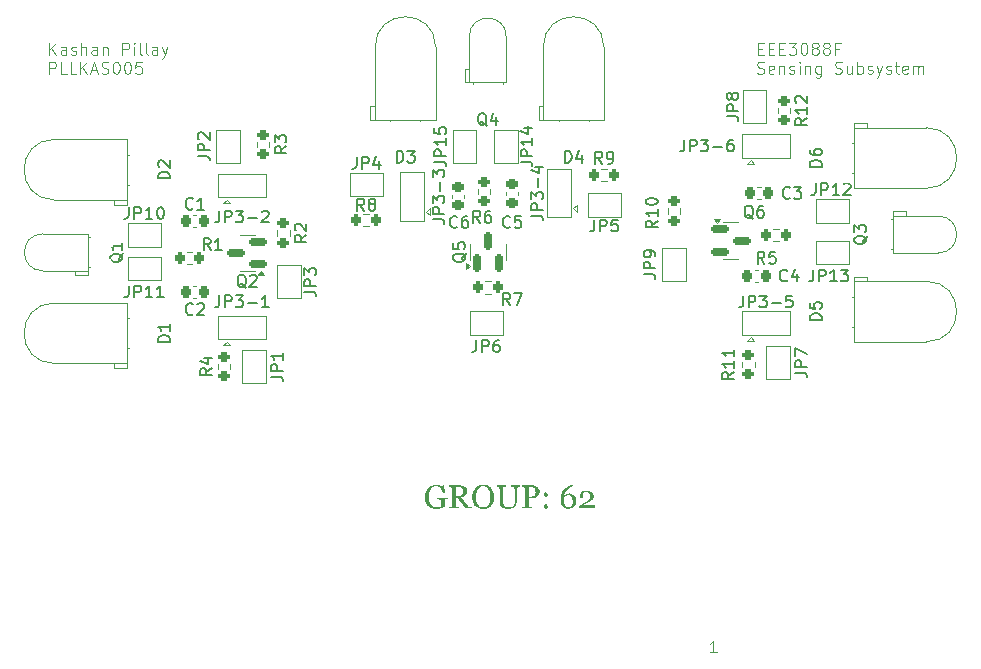
<source format=gbr>
%TF.GenerationSoftware,KiCad,Pcbnew,8.0.1*%
%TF.CreationDate,2024-03-24T19:01:41+02:00*%
%TF.ProjectId,PLLKAS005_EEE3088F,504c4c4b-4153-4303-9035-5f4545453330,V1.0*%
%TF.SameCoordinates,Original*%
%TF.FileFunction,Legend,Top*%
%TF.FilePolarity,Positive*%
%FSLAX46Y46*%
G04 Gerber Fmt 4.6, Leading zero omitted, Abs format (unit mm)*
G04 Created by KiCad (PCBNEW 8.0.1) date 2024-03-24 19:01:41*
%MOMM*%
%LPD*%
G01*
G04 APERTURE LIST*
G04 Aperture macros list*
%AMRoundRect*
0 Rectangle with rounded corners*
0 $1 Rounding radius*
0 $2 $3 $4 $5 $6 $7 $8 $9 X,Y pos of 4 corners*
0 Add a 4 corners polygon primitive as box body*
4,1,4,$2,$3,$4,$5,$6,$7,$8,$9,$2,$3,0*
0 Add four circle primitives for the rounded corners*
1,1,$1+$1,$2,$3*
1,1,$1+$1,$4,$5*
1,1,$1+$1,$6,$7*
1,1,$1+$1,$8,$9*
0 Add four rect primitives between the rounded corners*
20,1,$1+$1,$2,$3,$4,$5,0*
20,1,$1+$1,$4,$5,$6,$7,0*
20,1,$1+$1,$6,$7,$8,$9,0*
20,1,$1+$1,$8,$9,$2,$3,0*%
G04 Aperture macros list end*
%ADD10C,0.100000*%
%ADD11C,0.150000*%
%ADD12C,0.120000*%
%ADD13R,1.800000X1.800000*%
%ADD14C,1.800000*%
%ADD15RoundRect,0.225000X-0.225000X-0.250000X0.225000X-0.250000X0.225000X0.250000X-0.225000X0.250000X0*%
%ADD16R,1.000000X1.500000*%
%ADD17R,1.500000X1.000000*%
%ADD18RoundRect,0.225000X-0.250000X0.225000X-0.250000X-0.225000X0.250000X-0.225000X0.250000X0.225000X0*%
%ADD19RoundRect,0.200000X0.275000X-0.200000X0.275000X0.200000X-0.275000X0.200000X-0.275000X-0.200000X0*%
%ADD20RoundRect,0.150000X-0.587500X-0.150000X0.587500X-0.150000X0.587500X0.150000X-0.587500X0.150000X0*%
%ADD21RoundRect,0.150000X0.587500X0.150000X-0.587500X0.150000X-0.587500X-0.150000X0.587500X-0.150000X0*%
%ADD22RoundRect,0.200000X-0.275000X0.200000X-0.275000X-0.200000X0.275000X-0.200000X0.275000X0.200000X0*%
%ADD23RoundRect,0.200000X-0.200000X-0.275000X0.200000X-0.275000X0.200000X0.275000X-0.200000X0.275000X0*%
%ADD24RoundRect,0.150000X0.150000X-0.587500X0.150000X0.587500X-0.150000X0.587500X-0.150000X-0.587500X0*%
%ADD25RoundRect,0.200000X0.200000X0.275000X-0.200000X0.275000X-0.200000X-0.275000X0.200000X-0.275000X0*%
%ADD26R,1.700000X1.700000*%
%ADD27O,1.700000X1.700000*%
G04 APERTURE END LIST*
D10*
X112803884Y-99262475D02*
X112803884Y-98262475D01*
X113375312Y-99262475D02*
X112946741Y-98691046D01*
X113375312Y-98262475D02*
X112803884Y-98833903D01*
X114232455Y-99262475D02*
X114232455Y-98738665D01*
X114232455Y-98738665D02*
X114184836Y-98643427D01*
X114184836Y-98643427D02*
X114089598Y-98595808D01*
X114089598Y-98595808D02*
X113899122Y-98595808D01*
X113899122Y-98595808D02*
X113803884Y-98643427D01*
X114232455Y-99214856D02*
X114137217Y-99262475D01*
X114137217Y-99262475D02*
X113899122Y-99262475D01*
X113899122Y-99262475D02*
X113803884Y-99214856D01*
X113803884Y-99214856D02*
X113756265Y-99119617D01*
X113756265Y-99119617D02*
X113756265Y-99024379D01*
X113756265Y-99024379D02*
X113803884Y-98929141D01*
X113803884Y-98929141D02*
X113899122Y-98881522D01*
X113899122Y-98881522D02*
X114137217Y-98881522D01*
X114137217Y-98881522D02*
X114232455Y-98833903D01*
X114661027Y-99214856D02*
X114756265Y-99262475D01*
X114756265Y-99262475D02*
X114946741Y-99262475D01*
X114946741Y-99262475D02*
X115041979Y-99214856D01*
X115041979Y-99214856D02*
X115089598Y-99119617D01*
X115089598Y-99119617D02*
X115089598Y-99071998D01*
X115089598Y-99071998D02*
X115041979Y-98976760D01*
X115041979Y-98976760D02*
X114946741Y-98929141D01*
X114946741Y-98929141D02*
X114803884Y-98929141D01*
X114803884Y-98929141D02*
X114708646Y-98881522D01*
X114708646Y-98881522D02*
X114661027Y-98786284D01*
X114661027Y-98786284D02*
X114661027Y-98738665D01*
X114661027Y-98738665D02*
X114708646Y-98643427D01*
X114708646Y-98643427D02*
X114803884Y-98595808D01*
X114803884Y-98595808D02*
X114946741Y-98595808D01*
X114946741Y-98595808D02*
X115041979Y-98643427D01*
X115518170Y-99262475D02*
X115518170Y-98262475D01*
X115946741Y-99262475D02*
X115946741Y-98738665D01*
X115946741Y-98738665D02*
X115899122Y-98643427D01*
X115899122Y-98643427D02*
X115803884Y-98595808D01*
X115803884Y-98595808D02*
X115661027Y-98595808D01*
X115661027Y-98595808D02*
X115565789Y-98643427D01*
X115565789Y-98643427D02*
X115518170Y-98691046D01*
X116851503Y-99262475D02*
X116851503Y-98738665D01*
X116851503Y-98738665D02*
X116803884Y-98643427D01*
X116803884Y-98643427D02*
X116708646Y-98595808D01*
X116708646Y-98595808D02*
X116518170Y-98595808D01*
X116518170Y-98595808D02*
X116422932Y-98643427D01*
X116851503Y-99214856D02*
X116756265Y-99262475D01*
X116756265Y-99262475D02*
X116518170Y-99262475D01*
X116518170Y-99262475D02*
X116422932Y-99214856D01*
X116422932Y-99214856D02*
X116375313Y-99119617D01*
X116375313Y-99119617D02*
X116375313Y-99024379D01*
X116375313Y-99024379D02*
X116422932Y-98929141D01*
X116422932Y-98929141D02*
X116518170Y-98881522D01*
X116518170Y-98881522D02*
X116756265Y-98881522D01*
X116756265Y-98881522D02*
X116851503Y-98833903D01*
X117327694Y-98595808D02*
X117327694Y-99262475D01*
X117327694Y-98691046D02*
X117375313Y-98643427D01*
X117375313Y-98643427D02*
X117470551Y-98595808D01*
X117470551Y-98595808D02*
X117613408Y-98595808D01*
X117613408Y-98595808D02*
X117708646Y-98643427D01*
X117708646Y-98643427D02*
X117756265Y-98738665D01*
X117756265Y-98738665D02*
X117756265Y-99262475D01*
X118994361Y-99262475D02*
X118994361Y-98262475D01*
X118994361Y-98262475D02*
X119375313Y-98262475D01*
X119375313Y-98262475D02*
X119470551Y-98310094D01*
X119470551Y-98310094D02*
X119518170Y-98357713D01*
X119518170Y-98357713D02*
X119565789Y-98452951D01*
X119565789Y-98452951D02*
X119565789Y-98595808D01*
X119565789Y-98595808D02*
X119518170Y-98691046D01*
X119518170Y-98691046D02*
X119470551Y-98738665D01*
X119470551Y-98738665D02*
X119375313Y-98786284D01*
X119375313Y-98786284D02*
X118994361Y-98786284D01*
X119994361Y-99262475D02*
X119994361Y-98595808D01*
X119994361Y-98262475D02*
X119946742Y-98310094D01*
X119946742Y-98310094D02*
X119994361Y-98357713D01*
X119994361Y-98357713D02*
X120041980Y-98310094D01*
X120041980Y-98310094D02*
X119994361Y-98262475D01*
X119994361Y-98262475D02*
X119994361Y-98357713D01*
X120613408Y-99262475D02*
X120518170Y-99214856D01*
X120518170Y-99214856D02*
X120470551Y-99119617D01*
X120470551Y-99119617D02*
X120470551Y-98262475D01*
X121137218Y-99262475D02*
X121041980Y-99214856D01*
X121041980Y-99214856D02*
X120994361Y-99119617D01*
X120994361Y-99119617D02*
X120994361Y-98262475D01*
X121946742Y-99262475D02*
X121946742Y-98738665D01*
X121946742Y-98738665D02*
X121899123Y-98643427D01*
X121899123Y-98643427D02*
X121803885Y-98595808D01*
X121803885Y-98595808D02*
X121613409Y-98595808D01*
X121613409Y-98595808D02*
X121518171Y-98643427D01*
X121946742Y-99214856D02*
X121851504Y-99262475D01*
X121851504Y-99262475D02*
X121613409Y-99262475D01*
X121613409Y-99262475D02*
X121518171Y-99214856D01*
X121518171Y-99214856D02*
X121470552Y-99119617D01*
X121470552Y-99119617D02*
X121470552Y-99024379D01*
X121470552Y-99024379D02*
X121518171Y-98929141D01*
X121518171Y-98929141D02*
X121613409Y-98881522D01*
X121613409Y-98881522D02*
X121851504Y-98881522D01*
X121851504Y-98881522D02*
X121946742Y-98833903D01*
X122327695Y-98595808D02*
X122565790Y-99262475D01*
X122803885Y-98595808D02*
X122565790Y-99262475D01*
X122565790Y-99262475D02*
X122470552Y-99500570D01*
X122470552Y-99500570D02*
X122422933Y-99548189D01*
X122422933Y-99548189D02*
X122327695Y-99595808D01*
X112803884Y-100872419D02*
X112803884Y-99872419D01*
X112803884Y-99872419D02*
X113184836Y-99872419D01*
X113184836Y-99872419D02*
X113280074Y-99920038D01*
X113280074Y-99920038D02*
X113327693Y-99967657D01*
X113327693Y-99967657D02*
X113375312Y-100062895D01*
X113375312Y-100062895D02*
X113375312Y-100205752D01*
X113375312Y-100205752D02*
X113327693Y-100300990D01*
X113327693Y-100300990D02*
X113280074Y-100348609D01*
X113280074Y-100348609D02*
X113184836Y-100396228D01*
X113184836Y-100396228D02*
X112803884Y-100396228D01*
X114280074Y-100872419D02*
X113803884Y-100872419D01*
X113803884Y-100872419D02*
X113803884Y-99872419D01*
X115089598Y-100872419D02*
X114613408Y-100872419D01*
X114613408Y-100872419D02*
X114613408Y-99872419D01*
X115422932Y-100872419D02*
X115422932Y-99872419D01*
X115994360Y-100872419D02*
X115565789Y-100300990D01*
X115994360Y-99872419D02*
X115422932Y-100443847D01*
X116375313Y-100586704D02*
X116851503Y-100586704D01*
X116280075Y-100872419D02*
X116613408Y-99872419D01*
X116613408Y-99872419D02*
X116946741Y-100872419D01*
X117232456Y-100824800D02*
X117375313Y-100872419D01*
X117375313Y-100872419D02*
X117613408Y-100872419D01*
X117613408Y-100872419D02*
X117708646Y-100824800D01*
X117708646Y-100824800D02*
X117756265Y-100777180D01*
X117756265Y-100777180D02*
X117803884Y-100681942D01*
X117803884Y-100681942D02*
X117803884Y-100586704D01*
X117803884Y-100586704D02*
X117756265Y-100491466D01*
X117756265Y-100491466D02*
X117708646Y-100443847D01*
X117708646Y-100443847D02*
X117613408Y-100396228D01*
X117613408Y-100396228D02*
X117422932Y-100348609D01*
X117422932Y-100348609D02*
X117327694Y-100300990D01*
X117327694Y-100300990D02*
X117280075Y-100253371D01*
X117280075Y-100253371D02*
X117232456Y-100158133D01*
X117232456Y-100158133D02*
X117232456Y-100062895D01*
X117232456Y-100062895D02*
X117280075Y-99967657D01*
X117280075Y-99967657D02*
X117327694Y-99920038D01*
X117327694Y-99920038D02*
X117422932Y-99872419D01*
X117422932Y-99872419D02*
X117661027Y-99872419D01*
X117661027Y-99872419D02*
X117803884Y-99920038D01*
X118422932Y-99872419D02*
X118518170Y-99872419D01*
X118518170Y-99872419D02*
X118613408Y-99920038D01*
X118613408Y-99920038D02*
X118661027Y-99967657D01*
X118661027Y-99967657D02*
X118708646Y-100062895D01*
X118708646Y-100062895D02*
X118756265Y-100253371D01*
X118756265Y-100253371D02*
X118756265Y-100491466D01*
X118756265Y-100491466D02*
X118708646Y-100681942D01*
X118708646Y-100681942D02*
X118661027Y-100777180D01*
X118661027Y-100777180D02*
X118613408Y-100824800D01*
X118613408Y-100824800D02*
X118518170Y-100872419D01*
X118518170Y-100872419D02*
X118422932Y-100872419D01*
X118422932Y-100872419D02*
X118327694Y-100824800D01*
X118327694Y-100824800D02*
X118280075Y-100777180D01*
X118280075Y-100777180D02*
X118232456Y-100681942D01*
X118232456Y-100681942D02*
X118184837Y-100491466D01*
X118184837Y-100491466D02*
X118184837Y-100253371D01*
X118184837Y-100253371D02*
X118232456Y-100062895D01*
X118232456Y-100062895D02*
X118280075Y-99967657D01*
X118280075Y-99967657D02*
X118327694Y-99920038D01*
X118327694Y-99920038D02*
X118422932Y-99872419D01*
X119375313Y-99872419D02*
X119470551Y-99872419D01*
X119470551Y-99872419D02*
X119565789Y-99920038D01*
X119565789Y-99920038D02*
X119613408Y-99967657D01*
X119613408Y-99967657D02*
X119661027Y-100062895D01*
X119661027Y-100062895D02*
X119708646Y-100253371D01*
X119708646Y-100253371D02*
X119708646Y-100491466D01*
X119708646Y-100491466D02*
X119661027Y-100681942D01*
X119661027Y-100681942D02*
X119613408Y-100777180D01*
X119613408Y-100777180D02*
X119565789Y-100824800D01*
X119565789Y-100824800D02*
X119470551Y-100872419D01*
X119470551Y-100872419D02*
X119375313Y-100872419D01*
X119375313Y-100872419D02*
X119280075Y-100824800D01*
X119280075Y-100824800D02*
X119232456Y-100777180D01*
X119232456Y-100777180D02*
X119184837Y-100681942D01*
X119184837Y-100681942D02*
X119137218Y-100491466D01*
X119137218Y-100491466D02*
X119137218Y-100253371D01*
X119137218Y-100253371D02*
X119184837Y-100062895D01*
X119184837Y-100062895D02*
X119232456Y-99967657D01*
X119232456Y-99967657D02*
X119280075Y-99920038D01*
X119280075Y-99920038D02*
X119375313Y-99872419D01*
X120613408Y-99872419D02*
X120137218Y-99872419D01*
X120137218Y-99872419D02*
X120089599Y-100348609D01*
X120089599Y-100348609D02*
X120137218Y-100300990D01*
X120137218Y-100300990D02*
X120232456Y-100253371D01*
X120232456Y-100253371D02*
X120470551Y-100253371D01*
X120470551Y-100253371D02*
X120565789Y-100300990D01*
X120565789Y-100300990D02*
X120613408Y-100348609D01*
X120613408Y-100348609D02*
X120661027Y-100443847D01*
X120661027Y-100443847D02*
X120661027Y-100681942D01*
X120661027Y-100681942D02*
X120613408Y-100777180D01*
X120613408Y-100777180D02*
X120565789Y-100824800D01*
X120565789Y-100824800D02*
X120470551Y-100872419D01*
X120470551Y-100872419D02*
X120232456Y-100872419D01*
X120232456Y-100872419D02*
X120137218Y-100824800D01*
X120137218Y-100824800D02*
X120089599Y-100777180D01*
G36*
X146520865Y-136878422D02*
G01*
X146432449Y-136892100D01*
X146342568Y-136917990D01*
X146283949Y-136977585D01*
X146266852Y-137068443D01*
X146266852Y-137223293D01*
X146267083Y-137326226D01*
X146268142Y-137424916D01*
X146268806Y-137450928D01*
X146273691Y-137548136D01*
X146182405Y-137587917D01*
X146079855Y-137626759D01*
X145977459Y-137659341D01*
X145909281Y-137677585D01*
X145807881Y-137699309D01*
X145707563Y-137713924D01*
X145608327Y-137721428D01*
X145553663Y-137722526D01*
X145449743Y-137716923D01*
X145347910Y-137700114D01*
X145248163Y-137672100D01*
X145193649Y-137651695D01*
X145099818Y-137606903D01*
X145012866Y-137552760D01*
X144932791Y-137489266D01*
X144891277Y-137449951D01*
X144822124Y-137371005D01*
X144761395Y-137283095D01*
X144709089Y-137186220D01*
X144683670Y-137128527D01*
X144650117Y-137031013D01*
X144626151Y-136928004D01*
X144611771Y-136819499D01*
X144607053Y-136720049D01*
X144606978Y-136705498D01*
X144611557Y-136594734D01*
X144625296Y-136488122D01*
X144648194Y-136385662D01*
X144680251Y-136287355D01*
X144720948Y-136194268D01*
X144769277Y-136107470D01*
X144825239Y-136026961D01*
X144888834Y-135952742D01*
X144966140Y-135879339D01*
X145051328Y-135815750D01*
X145144399Y-135761976D01*
X145199511Y-135736343D01*
X145291468Y-135702576D01*
X145386601Y-135678457D01*
X145484909Y-135663986D01*
X145586392Y-135659162D01*
X145685386Y-135664028D01*
X145784583Y-135680620D01*
X145873621Y-135708988D01*
X145968169Y-135750519D01*
X146059531Y-135797589D01*
X146089532Y-135814989D01*
X146145708Y-135721688D01*
X146255617Y-135721688D01*
X146268318Y-136409476D01*
X146155478Y-136409476D01*
X146127641Y-136308831D01*
X146094569Y-136209495D01*
X146084159Y-136181353D01*
X146042204Y-136087200D01*
X145990713Y-136002209D01*
X145974249Y-135979609D01*
X145904504Y-135903853D01*
X145821664Y-135844197D01*
X145809630Y-135837459D01*
X145717800Y-135801061D01*
X145619637Y-135785514D01*
X145578576Y-135784214D01*
X145472765Y-135792732D01*
X145375885Y-135818286D01*
X145316259Y-135844787D01*
X145233987Y-135898161D01*
X145160096Y-135968160D01*
X145115491Y-136024061D01*
X145062566Y-136109735D01*
X145022266Y-136199342D01*
X144989408Y-136300111D01*
X144986531Y-136310802D01*
X144964571Y-136410455D01*
X144949798Y-136516521D01*
X144942699Y-136616188D01*
X144941102Y-136694263D01*
X144944618Y-136797801D01*
X144955167Y-136897939D01*
X144972748Y-136994676D01*
X144985554Y-137046950D01*
X145017554Y-137146011D01*
X145057377Y-137236200D01*
X145110218Y-137325159D01*
X145115491Y-137332714D01*
X145178948Y-137411446D01*
X145252449Y-137477710D01*
X145327983Y-137527131D01*
X145420012Y-137567180D01*
X145520122Y-137590604D01*
X145618143Y-137597473D01*
X145719937Y-137590180D01*
X145819664Y-137566181D01*
X145838450Y-137559371D01*
X145927924Y-137517785D01*
X145979623Y-137479260D01*
X145989551Y-137378048D01*
X145990858Y-137331737D01*
X145991774Y-137232269D01*
X145991835Y-137204731D01*
X145991835Y-137095310D01*
X145977667Y-136996077D01*
X145975715Y-136990286D01*
X145910746Y-136923363D01*
X145815640Y-136896325D01*
X145787648Y-136892100D01*
X145690561Y-136880376D01*
X145666503Y-136878422D01*
X145666503Y-136784633D01*
X146520865Y-136784633D01*
X146520865Y-136878422D01*
G37*
G36*
X147662674Y-135725880D02*
G01*
X147762531Y-135739772D01*
X147796789Y-135747090D01*
X147894298Y-135777315D01*
X147982576Y-135821278D01*
X147993649Y-135828178D01*
X148070097Y-135890826D01*
X148129448Y-135970327D01*
X148167550Y-136067292D01*
X148180052Y-136166962D01*
X148180251Y-136182330D01*
X148172630Y-136281513D01*
X148145568Y-136380167D01*
X148096744Y-136469228D01*
X148044452Y-136528667D01*
X147966931Y-136589666D01*
X147895952Y-136630272D01*
X147804972Y-136669961D01*
X147711470Y-136701181D01*
X147704954Y-136703056D01*
X147765662Y-136783529D01*
X147829318Y-136868457D01*
X147893632Y-136955023D01*
X147944312Y-137023991D01*
X148008350Y-137110993D01*
X148073162Y-137198676D01*
X148136482Y-137284077D01*
X148178785Y-137341018D01*
X148243220Y-137419895D01*
X148288206Y-137462651D01*
X148369943Y-137518988D01*
X148384926Y-137527131D01*
X148474319Y-137554975D01*
X148563712Y-137566210D01*
X148563712Y-137660000D01*
X148038590Y-137660000D01*
X147984904Y-137577079D01*
X147922622Y-137482328D01*
X147862676Y-137392763D01*
X147805065Y-137308385D01*
X147740804Y-137216498D01*
X147723028Y-137191542D01*
X147660334Y-137104618D01*
X147595348Y-137016525D01*
X147528072Y-136927263D01*
X147458505Y-136836832D01*
X147417725Y-136784633D01*
X147218422Y-136784633D01*
X147218422Y-137399637D01*
X147233565Y-137483656D01*
X147298046Y-137538855D01*
X147384508Y-137556929D01*
X147483655Y-137566002D01*
X147489043Y-137566210D01*
X147489043Y-137660000D01*
X146664968Y-137660000D01*
X146664968Y-137566210D01*
X146760223Y-137556441D01*
X146847662Y-137538855D01*
X146907257Y-137486587D01*
X146925819Y-137399148D01*
X146925819Y-135992309D01*
X146912142Y-135907313D01*
X146847662Y-135851137D01*
X146830173Y-135846741D01*
X147218422Y-135846741D01*
X147218422Y-136659581D01*
X147398185Y-136659581D01*
X147500010Y-136650230D01*
X147601275Y-136617906D01*
X147690042Y-136562493D01*
X147714235Y-136541367D01*
X147780954Y-136459231D01*
X147822962Y-136360589D01*
X147839641Y-136257700D01*
X147840753Y-136220432D01*
X147830831Y-136119930D01*
X147796996Y-136025466D01*
X147739148Y-135947857D01*
X147659367Y-135890288D01*
X147559729Y-135856615D01*
X147451919Y-135846741D01*
X147218422Y-135846741D01*
X146830173Y-135846741D01*
X146758269Y-135828667D01*
X146664968Y-135815478D01*
X146664968Y-135721688D01*
X147564759Y-135721688D01*
X147662674Y-135725880D01*
G37*
G36*
X149647991Y-135664997D02*
G01*
X149751744Y-135682501D01*
X149851941Y-135711674D01*
X149906071Y-135732923D01*
X149999081Y-135778892D01*
X150084673Y-135834366D01*
X150162846Y-135899346D01*
X150203070Y-135939553D01*
X150271167Y-136020422D01*
X150330376Y-136110256D01*
X150375546Y-136197634D01*
X150404815Y-136267815D01*
X150436658Y-136366367D01*
X150459403Y-136470048D01*
X150473050Y-136578859D01*
X150477528Y-136678275D01*
X150477599Y-136692798D01*
X150474046Y-136793323D01*
X150461284Y-136903171D01*
X150439241Y-137007646D01*
X150407917Y-137106747D01*
X150403349Y-137118757D01*
X150362622Y-137210959D01*
X150308191Y-137306219D01*
X150244641Y-137392515D01*
X150197208Y-137445066D01*
X150122208Y-137515249D01*
X150040639Y-137575772D01*
X149952501Y-137626635D01*
X149900697Y-137650718D01*
X149803887Y-137685430D01*
X149703599Y-137708781D01*
X149599834Y-137720773D01*
X149540683Y-137722526D01*
X149441002Y-137717732D01*
X149333458Y-137700881D01*
X149230783Y-137671897D01*
X149165038Y-137645833D01*
X149071907Y-137597628D01*
X148986504Y-137539840D01*
X148908829Y-137472469D01*
X148869016Y-137430900D01*
X148803671Y-137350778D01*
X148746673Y-137261536D01*
X148698021Y-137163176D01*
X148674598Y-137104591D01*
X148643610Y-137006680D01*
X148621475Y-136905411D01*
X148608195Y-136800784D01*
X148603768Y-136692798D01*
X148936427Y-136692798D01*
X148939247Y-136802089D01*
X148947709Y-136905198D01*
X148961813Y-137002124D01*
X148972086Y-137053300D01*
X148998428Y-137150005D01*
X149036771Y-137248446D01*
X149084926Y-137338576D01*
X149145972Y-137422382D01*
X149217733Y-137491350D01*
X149271528Y-137529085D01*
X149362340Y-137570759D01*
X149465518Y-137593199D01*
X149541172Y-137597473D01*
X149638574Y-137589277D01*
X149737195Y-137561639D01*
X149805931Y-137528108D01*
X149888409Y-137468322D01*
X149958522Y-137393012D01*
X149998394Y-137334180D01*
X150046434Y-137243609D01*
X150084431Y-137145189D01*
X150110258Y-137048904D01*
X150128805Y-136945702D01*
X150139624Y-136846539D01*
X150144879Y-136741425D01*
X150145429Y-136692798D01*
X150142986Y-136593757D01*
X150134400Y-136487300D01*
X150119631Y-136386098D01*
X150106350Y-136321549D01*
X150078348Y-136220779D01*
X150039281Y-136121173D01*
X149991556Y-136033342D01*
X149929342Y-135952399D01*
X149856276Y-135886155D01*
X149801535Y-135850160D01*
X149711569Y-135809974D01*
X149612399Y-135788336D01*
X149541172Y-135784214D01*
X149442845Y-135791656D01*
X149345925Y-135817033D01*
X149260781Y-135860418D01*
X149180227Y-135924784D01*
X149111488Y-136003575D01*
X149072226Y-136064117D01*
X149029307Y-136152703D01*
X148994585Y-136251218D01*
X148970132Y-136349392D01*
X148952358Y-136453243D01*
X148941166Y-136560243D01*
X148936723Y-136659234D01*
X148936427Y-136692798D01*
X148603768Y-136692798D01*
X148607321Y-136590343D01*
X148617980Y-136492843D01*
X148638862Y-136387483D01*
X148669026Y-136288595D01*
X148678018Y-136264884D01*
X148718654Y-136174026D01*
X148772762Y-136079401D01*
X148835758Y-135992813D01*
X148882693Y-135939553D01*
X148958556Y-135867992D01*
X149041066Y-135806631D01*
X149130221Y-135755472D01*
X149182623Y-135731458D01*
X149280267Y-135696510D01*
X149380306Y-135673000D01*
X149482740Y-135660927D01*
X149540683Y-135659162D01*
X149647991Y-135664997D01*
G37*
G36*
X152683112Y-135815478D02*
G01*
X152583880Y-135829367D01*
X152570272Y-135832086D01*
X152474559Y-135863319D01*
X152449616Y-135877515D01*
X152395485Y-135963336D01*
X152384647Y-136008918D01*
X152372025Y-136111650D01*
X152367336Y-136216486D01*
X152367062Y-136251695D01*
X152367062Y-137103126D01*
X152360478Y-137200642D01*
X152338030Y-137298322D01*
X152299651Y-137385959D01*
X152243116Y-137469811D01*
X152174629Y-137541847D01*
X152122330Y-137583307D01*
X152032285Y-137636702D01*
X151938370Y-137676230D01*
X151893719Y-137689797D01*
X151797776Y-137710988D01*
X151698239Y-137721727D01*
X151663642Y-137722526D01*
X151557454Y-137717994D01*
X151458707Y-137704398D01*
X151358681Y-137678975D01*
X151350034Y-137676120D01*
X151253268Y-137637079D01*
X151162392Y-137584397D01*
X151119469Y-137551556D01*
X151047381Y-137478346D01*
X150992684Y-137396347D01*
X150980251Y-137371304D01*
X150946942Y-137274118D01*
X150934026Y-137173067D01*
X150933845Y-137159302D01*
X150933845Y-136001591D01*
X150917725Y-135920990D01*
X150854221Y-135860907D01*
X150766294Y-135830132D01*
X150678367Y-135815478D01*
X150678367Y-135721688D01*
X151490230Y-135721688D01*
X151490230Y-135815478D01*
X151393021Y-135828178D01*
X151307536Y-135848695D01*
X151245010Y-135903893D01*
X151229378Y-135987913D01*
X151229378Y-137068443D01*
X151236057Y-137169804D01*
X151246475Y-137233551D01*
X151276374Y-137326562D01*
X151314375Y-137393775D01*
X151382220Y-137466502D01*
X151459944Y-137517850D01*
X151553817Y-137550909D01*
X151655117Y-137564510D01*
X151712979Y-137566210D01*
X151810980Y-137560496D01*
X151911915Y-137539008D01*
X151966015Y-137517850D01*
X152052633Y-137465965D01*
X152123967Y-137396188D01*
X152127704Y-137391332D01*
X152180546Y-137305242D01*
X152207327Y-137235505D01*
X152226904Y-137138288D01*
X152230774Y-137071374D01*
X152230774Y-136268792D01*
X152228177Y-136170256D01*
X152218409Y-136070772D01*
X152208792Y-136018688D01*
X152175456Y-135926845D01*
X152144312Y-135891193D01*
X152052263Y-135848420D01*
X152012909Y-135837948D01*
X151913724Y-135818440D01*
X151885903Y-135815478D01*
X151885903Y-135721688D01*
X152683112Y-135721688D01*
X152683112Y-135815478D01*
G37*
G36*
X153806381Y-135726308D02*
G01*
X153912095Y-135743375D01*
X154007992Y-135773017D01*
X154105567Y-135822293D01*
X154149546Y-135853091D01*
X154223918Y-135924043D01*
X154282187Y-136017003D01*
X154311404Y-136111311D01*
X154319539Y-136202847D01*
X154312439Y-136303529D01*
X154288500Y-136404015D01*
X154259455Y-136472979D01*
X154203456Y-136561623D01*
X154132300Y-136637046D01*
X154094347Y-136667397D01*
X154006026Y-136723253D01*
X153910932Y-136765405D01*
X153864759Y-136780237D01*
X153768840Y-136801967D01*
X153668662Y-136813668D01*
X153599511Y-136815896D01*
X153381158Y-136815896D01*
X153381158Y-137400614D01*
X153396789Y-137484145D01*
X153462247Y-137538855D01*
X153549197Y-137556929D01*
X153647407Y-137565597D01*
X153663991Y-137566210D01*
X153663991Y-137660000D01*
X152827704Y-137660000D01*
X152827704Y-137566210D01*
X152922958Y-137556441D01*
X153010397Y-137538855D01*
X153069993Y-137486587D01*
X153088555Y-137399148D01*
X153088555Y-135995240D01*
X153074877Y-135908778D01*
X153010397Y-135851137D01*
X152992849Y-135846741D01*
X153381158Y-135846741D01*
X153381158Y-136690844D01*
X153521353Y-136690844D01*
X153624897Y-136684524D01*
X153725903Y-136661176D01*
X153762665Y-136645903D01*
X153848181Y-136591569D01*
X153901884Y-136533551D01*
X153949759Y-136446387D01*
X153963921Y-136399218D01*
X153978340Y-136299481D01*
X153979064Y-136274654D01*
X153971070Y-136172944D01*
X153960502Y-136118827D01*
X153924568Y-136023157D01*
X153896510Y-135980097D01*
X153824649Y-135911976D01*
X153769993Y-135881912D01*
X153676059Y-135854469D01*
X153575087Y-135846741D01*
X153381158Y-135846741D01*
X152992849Y-135846741D01*
X152912824Y-135826694D01*
X152906350Y-135825736D01*
X152817934Y-135815478D01*
X152817934Y-135721688D01*
X153707955Y-135721688D01*
X153806381Y-135726308D01*
G37*
G36*
X155028332Y-136503754D02*
G01*
X155002011Y-136599488D01*
X154972644Y-136636133D01*
X154886146Y-136685501D01*
X154840265Y-136690844D01*
X154744741Y-136664985D01*
X154707885Y-136636133D01*
X154657636Y-136549845D01*
X154652198Y-136503754D01*
X154678057Y-136408230D01*
X154706908Y-136371374D01*
X154793658Y-136321125D01*
X154840265Y-136315687D01*
X154936649Y-136342008D01*
X154973133Y-136371374D01*
X155022941Y-136457872D01*
X155028332Y-136503754D01*
G37*
G36*
X155028332Y-137505150D02*
G01*
X155002011Y-137600652D01*
X154972644Y-137637041D01*
X154886146Y-137685967D01*
X154840265Y-137691263D01*
X154744741Y-137665634D01*
X154707885Y-137637041D01*
X154657636Y-137551193D01*
X154652198Y-137505150D01*
X154678519Y-137409185D01*
X154707885Y-137372281D01*
X154794383Y-137321591D01*
X154840265Y-137316106D01*
X154935788Y-137342657D01*
X154972644Y-137372281D01*
X155022893Y-137459011D01*
X155028332Y-137505150D01*
G37*
G36*
X157188904Y-135784214D02*
G01*
X157065317Y-135806196D01*
X156958150Y-135845861D01*
X156860496Y-135893048D01*
X156772357Y-135947756D01*
X156693732Y-136009986D01*
X156624621Y-136079739D01*
X156603698Y-136104661D01*
X156538025Y-136197466D01*
X156490478Y-136283561D01*
X156451002Y-136375702D01*
X156419598Y-136473888D01*
X156396265Y-136578118D01*
X156393161Y-136596078D01*
X156474086Y-136532988D01*
X156561579Y-136480358D01*
X156626657Y-136451974D01*
X156722420Y-136424458D01*
X156822376Y-136410970D01*
X156869923Y-136409476D01*
X156980321Y-136420406D01*
X157082414Y-136453196D01*
X157176203Y-136507845D01*
X157251457Y-136573595D01*
X157261688Y-136584354D01*
X157325261Y-136664763D01*
X157373219Y-136753401D01*
X157405564Y-136850266D01*
X157422293Y-136955359D01*
X157424842Y-137019106D01*
X157417561Y-137122879D01*
X157395717Y-137221706D01*
X157373063Y-137284842D01*
X157329649Y-137372747D01*
X157271454Y-137456349D01*
X157235310Y-137496357D01*
X157157183Y-137563814D01*
X157073011Y-137616707D01*
X157013538Y-137643879D01*
X156913018Y-137674558D01*
X156809112Y-137689597D01*
X156760013Y-137691263D01*
X156658639Y-137684625D01*
X156555816Y-137662242D01*
X156484019Y-137635087D01*
X156396550Y-137586429D01*
X156319521Y-137524719D01*
X156273970Y-137476329D01*
X156213589Y-137392065D01*
X156168015Y-137303237D01*
X156137683Y-137222316D01*
X156112438Y-137124657D01*
X156096543Y-137019747D01*
X156090232Y-136919129D01*
X156089953Y-136896008D01*
X156380949Y-136896008D01*
X156384641Y-137009169D01*
X156395718Y-137112712D01*
X156417974Y-137221358D01*
X156450281Y-137316915D01*
X156485973Y-137388401D01*
X156550343Y-137474354D01*
X156634282Y-137536865D01*
X156731293Y-137564647D01*
X156762944Y-137566210D01*
X156867667Y-137549817D01*
X156957497Y-137500639D01*
X157026238Y-137427480D01*
X157074882Y-137341056D01*
X157107605Y-137238402D01*
X157123329Y-137133530D01*
X157126866Y-137046461D01*
X157120455Y-136943147D01*
X157097915Y-136839763D01*
X157059146Y-136749981D01*
X157024284Y-136697683D01*
X156953654Y-136628131D01*
X156860203Y-136581376D01*
X156760922Y-136565920D01*
X156750244Y-136565792D01*
X156651081Y-136575195D01*
X156558757Y-136603405D01*
X156471807Y-136653719D01*
X156398130Y-136718581D01*
X156387787Y-136729434D01*
X156383391Y-136804173D01*
X156380949Y-136896008D01*
X156089953Y-136896008D01*
X156089811Y-136884284D01*
X156094368Y-136764674D01*
X156108038Y-136649842D01*
X156130821Y-136539787D01*
X156162718Y-136434511D01*
X156203727Y-136334013D01*
X156253851Y-136238292D01*
X156313087Y-136147350D01*
X156381437Y-136061186D01*
X156457564Y-135981601D01*
X156539890Y-135910396D01*
X156628412Y-135847573D01*
X156723133Y-135793129D01*
X156824051Y-135747067D01*
X156931167Y-135709385D01*
X157044480Y-135680083D01*
X157163991Y-135659162D01*
X157188904Y-135784214D01*
G37*
G36*
X158971388Y-137660000D02*
G01*
X157683740Y-137660000D01*
X157683740Y-137468025D01*
X157755639Y-137400247D01*
X157786810Y-137375212D01*
X157868882Y-137314728D01*
X157943614Y-137263838D01*
X158029231Y-137211133D01*
X158075017Y-137185191D01*
X158162812Y-137137450D01*
X158249895Y-137091891D01*
X158340506Y-137042231D01*
X158416468Y-136993217D01*
X158492220Y-136924874D01*
X158523447Y-136887704D01*
X158568807Y-136799334D01*
X158573761Y-136784145D01*
X158590553Y-136685990D01*
X158593300Y-136607313D01*
X158582391Y-136503241D01*
X158541368Y-136407186D01*
X158500976Y-136362581D01*
X158410616Y-136309153D01*
X158308794Y-136286332D01*
X158265038Y-136284424D01*
X158167562Y-136295088D01*
X158096022Y-136318129D01*
X158011949Y-136370374D01*
X157976343Y-136411430D01*
X157999398Y-136507952D01*
X158000279Y-136511570D01*
X158014704Y-136611427D01*
X158014933Y-136625387D01*
X157971458Y-136714291D01*
X157878352Y-136751500D01*
X157842986Y-136753370D01*
X157749838Y-136719985D01*
X157737473Y-136706475D01*
X157702125Y-136613823D01*
X157700348Y-136580935D01*
X157718020Y-136484123D01*
X157741381Y-136433412D01*
X157799221Y-136353590D01*
X157859595Y-136296636D01*
X157944103Y-136241315D01*
X158039300Y-136199877D01*
X158046196Y-136197473D01*
X158147109Y-136171427D01*
X158247008Y-136160302D01*
X158287020Y-136159371D01*
X158388463Y-136163716D01*
X158496524Y-136179768D01*
X158593506Y-136207648D01*
X158690776Y-136253993D01*
X158733984Y-136282958D01*
X158806433Y-136349698D01*
X158863195Y-136437187D01*
X158893759Y-136537814D01*
X158899581Y-136612198D01*
X158891171Y-136711695D01*
X158869783Y-136791472D01*
X158822063Y-136880641D01*
X158774528Y-136934110D01*
X158695516Y-136998101D01*
X158610129Y-137049221D01*
X158604047Y-137052323D01*
X158507974Y-137098462D01*
X158410811Y-137142731D01*
X158318518Y-137183642D01*
X158306071Y-137189099D01*
X158211889Y-137232454D01*
X158123028Y-137277582D01*
X158083810Y-137299009D01*
X157995338Y-137351838D01*
X157914794Y-137409895D01*
X158971388Y-137409895D01*
X158971388Y-137660000D01*
G37*
X172803884Y-98738665D02*
X173137217Y-98738665D01*
X173280074Y-99262475D02*
X172803884Y-99262475D01*
X172803884Y-99262475D02*
X172803884Y-98262475D01*
X172803884Y-98262475D02*
X173280074Y-98262475D01*
X173708646Y-98738665D02*
X174041979Y-98738665D01*
X174184836Y-99262475D02*
X173708646Y-99262475D01*
X173708646Y-99262475D02*
X173708646Y-98262475D01*
X173708646Y-98262475D02*
X174184836Y-98262475D01*
X174613408Y-98738665D02*
X174946741Y-98738665D01*
X175089598Y-99262475D02*
X174613408Y-99262475D01*
X174613408Y-99262475D02*
X174613408Y-98262475D01*
X174613408Y-98262475D02*
X175089598Y-98262475D01*
X175422932Y-98262475D02*
X176041979Y-98262475D01*
X176041979Y-98262475D02*
X175708646Y-98643427D01*
X175708646Y-98643427D02*
X175851503Y-98643427D01*
X175851503Y-98643427D02*
X175946741Y-98691046D01*
X175946741Y-98691046D02*
X175994360Y-98738665D01*
X175994360Y-98738665D02*
X176041979Y-98833903D01*
X176041979Y-98833903D02*
X176041979Y-99071998D01*
X176041979Y-99071998D02*
X175994360Y-99167236D01*
X175994360Y-99167236D02*
X175946741Y-99214856D01*
X175946741Y-99214856D02*
X175851503Y-99262475D01*
X175851503Y-99262475D02*
X175565789Y-99262475D01*
X175565789Y-99262475D02*
X175470551Y-99214856D01*
X175470551Y-99214856D02*
X175422932Y-99167236D01*
X176661027Y-98262475D02*
X176756265Y-98262475D01*
X176756265Y-98262475D02*
X176851503Y-98310094D01*
X176851503Y-98310094D02*
X176899122Y-98357713D01*
X176899122Y-98357713D02*
X176946741Y-98452951D01*
X176946741Y-98452951D02*
X176994360Y-98643427D01*
X176994360Y-98643427D02*
X176994360Y-98881522D01*
X176994360Y-98881522D02*
X176946741Y-99071998D01*
X176946741Y-99071998D02*
X176899122Y-99167236D01*
X176899122Y-99167236D02*
X176851503Y-99214856D01*
X176851503Y-99214856D02*
X176756265Y-99262475D01*
X176756265Y-99262475D02*
X176661027Y-99262475D01*
X176661027Y-99262475D02*
X176565789Y-99214856D01*
X176565789Y-99214856D02*
X176518170Y-99167236D01*
X176518170Y-99167236D02*
X176470551Y-99071998D01*
X176470551Y-99071998D02*
X176422932Y-98881522D01*
X176422932Y-98881522D02*
X176422932Y-98643427D01*
X176422932Y-98643427D02*
X176470551Y-98452951D01*
X176470551Y-98452951D02*
X176518170Y-98357713D01*
X176518170Y-98357713D02*
X176565789Y-98310094D01*
X176565789Y-98310094D02*
X176661027Y-98262475D01*
X177565789Y-98691046D02*
X177470551Y-98643427D01*
X177470551Y-98643427D02*
X177422932Y-98595808D01*
X177422932Y-98595808D02*
X177375313Y-98500570D01*
X177375313Y-98500570D02*
X177375313Y-98452951D01*
X177375313Y-98452951D02*
X177422932Y-98357713D01*
X177422932Y-98357713D02*
X177470551Y-98310094D01*
X177470551Y-98310094D02*
X177565789Y-98262475D01*
X177565789Y-98262475D02*
X177756265Y-98262475D01*
X177756265Y-98262475D02*
X177851503Y-98310094D01*
X177851503Y-98310094D02*
X177899122Y-98357713D01*
X177899122Y-98357713D02*
X177946741Y-98452951D01*
X177946741Y-98452951D02*
X177946741Y-98500570D01*
X177946741Y-98500570D02*
X177899122Y-98595808D01*
X177899122Y-98595808D02*
X177851503Y-98643427D01*
X177851503Y-98643427D02*
X177756265Y-98691046D01*
X177756265Y-98691046D02*
X177565789Y-98691046D01*
X177565789Y-98691046D02*
X177470551Y-98738665D01*
X177470551Y-98738665D02*
X177422932Y-98786284D01*
X177422932Y-98786284D02*
X177375313Y-98881522D01*
X177375313Y-98881522D02*
X177375313Y-99071998D01*
X177375313Y-99071998D02*
X177422932Y-99167236D01*
X177422932Y-99167236D02*
X177470551Y-99214856D01*
X177470551Y-99214856D02*
X177565789Y-99262475D01*
X177565789Y-99262475D02*
X177756265Y-99262475D01*
X177756265Y-99262475D02*
X177851503Y-99214856D01*
X177851503Y-99214856D02*
X177899122Y-99167236D01*
X177899122Y-99167236D02*
X177946741Y-99071998D01*
X177946741Y-99071998D02*
X177946741Y-98881522D01*
X177946741Y-98881522D02*
X177899122Y-98786284D01*
X177899122Y-98786284D02*
X177851503Y-98738665D01*
X177851503Y-98738665D02*
X177756265Y-98691046D01*
X178518170Y-98691046D02*
X178422932Y-98643427D01*
X178422932Y-98643427D02*
X178375313Y-98595808D01*
X178375313Y-98595808D02*
X178327694Y-98500570D01*
X178327694Y-98500570D02*
X178327694Y-98452951D01*
X178327694Y-98452951D02*
X178375313Y-98357713D01*
X178375313Y-98357713D02*
X178422932Y-98310094D01*
X178422932Y-98310094D02*
X178518170Y-98262475D01*
X178518170Y-98262475D02*
X178708646Y-98262475D01*
X178708646Y-98262475D02*
X178803884Y-98310094D01*
X178803884Y-98310094D02*
X178851503Y-98357713D01*
X178851503Y-98357713D02*
X178899122Y-98452951D01*
X178899122Y-98452951D02*
X178899122Y-98500570D01*
X178899122Y-98500570D02*
X178851503Y-98595808D01*
X178851503Y-98595808D02*
X178803884Y-98643427D01*
X178803884Y-98643427D02*
X178708646Y-98691046D01*
X178708646Y-98691046D02*
X178518170Y-98691046D01*
X178518170Y-98691046D02*
X178422932Y-98738665D01*
X178422932Y-98738665D02*
X178375313Y-98786284D01*
X178375313Y-98786284D02*
X178327694Y-98881522D01*
X178327694Y-98881522D02*
X178327694Y-99071998D01*
X178327694Y-99071998D02*
X178375313Y-99167236D01*
X178375313Y-99167236D02*
X178422932Y-99214856D01*
X178422932Y-99214856D02*
X178518170Y-99262475D01*
X178518170Y-99262475D02*
X178708646Y-99262475D01*
X178708646Y-99262475D02*
X178803884Y-99214856D01*
X178803884Y-99214856D02*
X178851503Y-99167236D01*
X178851503Y-99167236D02*
X178899122Y-99071998D01*
X178899122Y-99071998D02*
X178899122Y-98881522D01*
X178899122Y-98881522D02*
X178851503Y-98786284D01*
X178851503Y-98786284D02*
X178803884Y-98738665D01*
X178803884Y-98738665D02*
X178708646Y-98691046D01*
X179661027Y-98738665D02*
X179327694Y-98738665D01*
X179327694Y-99262475D02*
X179327694Y-98262475D01*
X179327694Y-98262475D02*
X179803884Y-98262475D01*
X172756265Y-100824800D02*
X172899122Y-100872419D01*
X172899122Y-100872419D02*
X173137217Y-100872419D01*
X173137217Y-100872419D02*
X173232455Y-100824800D01*
X173232455Y-100824800D02*
X173280074Y-100777180D01*
X173280074Y-100777180D02*
X173327693Y-100681942D01*
X173327693Y-100681942D02*
X173327693Y-100586704D01*
X173327693Y-100586704D02*
X173280074Y-100491466D01*
X173280074Y-100491466D02*
X173232455Y-100443847D01*
X173232455Y-100443847D02*
X173137217Y-100396228D01*
X173137217Y-100396228D02*
X172946741Y-100348609D01*
X172946741Y-100348609D02*
X172851503Y-100300990D01*
X172851503Y-100300990D02*
X172803884Y-100253371D01*
X172803884Y-100253371D02*
X172756265Y-100158133D01*
X172756265Y-100158133D02*
X172756265Y-100062895D01*
X172756265Y-100062895D02*
X172803884Y-99967657D01*
X172803884Y-99967657D02*
X172851503Y-99920038D01*
X172851503Y-99920038D02*
X172946741Y-99872419D01*
X172946741Y-99872419D02*
X173184836Y-99872419D01*
X173184836Y-99872419D02*
X173327693Y-99920038D01*
X174137217Y-100824800D02*
X174041979Y-100872419D01*
X174041979Y-100872419D02*
X173851503Y-100872419D01*
X173851503Y-100872419D02*
X173756265Y-100824800D01*
X173756265Y-100824800D02*
X173708646Y-100729561D01*
X173708646Y-100729561D02*
X173708646Y-100348609D01*
X173708646Y-100348609D02*
X173756265Y-100253371D01*
X173756265Y-100253371D02*
X173851503Y-100205752D01*
X173851503Y-100205752D02*
X174041979Y-100205752D01*
X174041979Y-100205752D02*
X174137217Y-100253371D01*
X174137217Y-100253371D02*
X174184836Y-100348609D01*
X174184836Y-100348609D02*
X174184836Y-100443847D01*
X174184836Y-100443847D02*
X173708646Y-100539085D01*
X174613408Y-100205752D02*
X174613408Y-100872419D01*
X174613408Y-100300990D02*
X174661027Y-100253371D01*
X174661027Y-100253371D02*
X174756265Y-100205752D01*
X174756265Y-100205752D02*
X174899122Y-100205752D01*
X174899122Y-100205752D02*
X174994360Y-100253371D01*
X174994360Y-100253371D02*
X175041979Y-100348609D01*
X175041979Y-100348609D02*
X175041979Y-100872419D01*
X175470551Y-100824800D02*
X175565789Y-100872419D01*
X175565789Y-100872419D02*
X175756265Y-100872419D01*
X175756265Y-100872419D02*
X175851503Y-100824800D01*
X175851503Y-100824800D02*
X175899122Y-100729561D01*
X175899122Y-100729561D02*
X175899122Y-100681942D01*
X175899122Y-100681942D02*
X175851503Y-100586704D01*
X175851503Y-100586704D02*
X175756265Y-100539085D01*
X175756265Y-100539085D02*
X175613408Y-100539085D01*
X175613408Y-100539085D02*
X175518170Y-100491466D01*
X175518170Y-100491466D02*
X175470551Y-100396228D01*
X175470551Y-100396228D02*
X175470551Y-100348609D01*
X175470551Y-100348609D02*
X175518170Y-100253371D01*
X175518170Y-100253371D02*
X175613408Y-100205752D01*
X175613408Y-100205752D02*
X175756265Y-100205752D01*
X175756265Y-100205752D02*
X175851503Y-100253371D01*
X176327694Y-100872419D02*
X176327694Y-100205752D01*
X176327694Y-99872419D02*
X176280075Y-99920038D01*
X176280075Y-99920038D02*
X176327694Y-99967657D01*
X176327694Y-99967657D02*
X176375313Y-99920038D01*
X176375313Y-99920038D02*
X176327694Y-99872419D01*
X176327694Y-99872419D02*
X176327694Y-99967657D01*
X176803884Y-100205752D02*
X176803884Y-100872419D01*
X176803884Y-100300990D02*
X176851503Y-100253371D01*
X176851503Y-100253371D02*
X176946741Y-100205752D01*
X176946741Y-100205752D02*
X177089598Y-100205752D01*
X177089598Y-100205752D02*
X177184836Y-100253371D01*
X177184836Y-100253371D02*
X177232455Y-100348609D01*
X177232455Y-100348609D02*
X177232455Y-100872419D01*
X178137217Y-100205752D02*
X178137217Y-101015276D01*
X178137217Y-101015276D02*
X178089598Y-101110514D01*
X178089598Y-101110514D02*
X178041979Y-101158133D01*
X178041979Y-101158133D02*
X177946741Y-101205752D01*
X177946741Y-101205752D02*
X177803884Y-101205752D01*
X177803884Y-101205752D02*
X177708646Y-101158133D01*
X178137217Y-100824800D02*
X178041979Y-100872419D01*
X178041979Y-100872419D02*
X177851503Y-100872419D01*
X177851503Y-100872419D02*
X177756265Y-100824800D01*
X177756265Y-100824800D02*
X177708646Y-100777180D01*
X177708646Y-100777180D02*
X177661027Y-100681942D01*
X177661027Y-100681942D02*
X177661027Y-100396228D01*
X177661027Y-100396228D02*
X177708646Y-100300990D01*
X177708646Y-100300990D02*
X177756265Y-100253371D01*
X177756265Y-100253371D02*
X177851503Y-100205752D01*
X177851503Y-100205752D02*
X178041979Y-100205752D01*
X178041979Y-100205752D02*
X178137217Y-100253371D01*
X179327694Y-100824800D02*
X179470551Y-100872419D01*
X179470551Y-100872419D02*
X179708646Y-100872419D01*
X179708646Y-100872419D02*
X179803884Y-100824800D01*
X179803884Y-100824800D02*
X179851503Y-100777180D01*
X179851503Y-100777180D02*
X179899122Y-100681942D01*
X179899122Y-100681942D02*
X179899122Y-100586704D01*
X179899122Y-100586704D02*
X179851503Y-100491466D01*
X179851503Y-100491466D02*
X179803884Y-100443847D01*
X179803884Y-100443847D02*
X179708646Y-100396228D01*
X179708646Y-100396228D02*
X179518170Y-100348609D01*
X179518170Y-100348609D02*
X179422932Y-100300990D01*
X179422932Y-100300990D02*
X179375313Y-100253371D01*
X179375313Y-100253371D02*
X179327694Y-100158133D01*
X179327694Y-100158133D02*
X179327694Y-100062895D01*
X179327694Y-100062895D02*
X179375313Y-99967657D01*
X179375313Y-99967657D02*
X179422932Y-99920038D01*
X179422932Y-99920038D02*
X179518170Y-99872419D01*
X179518170Y-99872419D02*
X179756265Y-99872419D01*
X179756265Y-99872419D02*
X179899122Y-99920038D01*
X180756265Y-100205752D02*
X180756265Y-100872419D01*
X180327694Y-100205752D02*
X180327694Y-100729561D01*
X180327694Y-100729561D02*
X180375313Y-100824800D01*
X180375313Y-100824800D02*
X180470551Y-100872419D01*
X180470551Y-100872419D02*
X180613408Y-100872419D01*
X180613408Y-100872419D02*
X180708646Y-100824800D01*
X180708646Y-100824800D02*
X180756265Y-100777180D01*
X181232456Y-100872419D02*
X181232456Y-99872419D01*
X181232456Y-100253371D02*
X181327694Y-100205752D01*
X181327694Y-100205752D02*
X181518170Y-100205752D01*
X181518170Y-100205752D02*
X181613408Y-100253371D01*
X181613408Y-100253371D02*
X181661027Y-100300990D01*
X181661027Y-100300990D02*
X181708646Y-100396228D01*
X181708646Y-100396228D02*
X181708646Y-100681942D01*
X181708646Y-100681942D02*
X181661027Y-100777180D01*
X181661027Y-100777180D02*
X181613408Y-100824800D01*
X181613408Y-100824800D02*
X181518170Y-100872419D01*
X181518170Y-100872419D02*
X181327694Y-100872419D01*
X181327694Y-100872419D02*
X181232456Y-100824800D01*
X182089599Y-100824800D02*
X182184837Y-100872419D01*
X182184837Y-100872419D02*
X182375313Y-100872419D01*
X182375313Y-100872419D02*
X182470551Y-100824800D01*
X182470551Y-100824800D02*
X182518170Y-100729561D01*
X182518170Y-100729561D02*
X182518170Y-100681942D01*
X182518170Y-100681942D02*
X182470551Y-100586704D01*
X182470551Y-100586704D02*
X182375313Y-100539085D01*
X182375313Y-100539085D02*
X182232456Y-100539085D01*
X182232456Y-100539085D02*
X182137218Y-100491466D01*
X182137218Y-100491466D02*
X182089599Y-100396228D01*
X182089599Y-100396228D02*
X182089599Y-100348609D01*
X182089599Y-100348609D02*
X182137218Y-100253371D01*
X182137218Y-100253371D02*
X182232456Y-100205752D01*
X182232456Y-100205752D02*
X182375313Y-100205752D01*
X182375313Y-100205752D02*
X182470551Y-100253371D01*
X182851504Y-100205752D02*
X183089599Y-100872419D01*
X183327694Y-100205752D02*
X183089599Y-100872419D01*
X183089599Y-100872419D02*
X182994361Y-101110514D01*
X182994361Y-101110514D02*
X182946742Y-101158133D01*
X182946742Y-101158133D02*
X182851504Y-101205752D01*
X183661028Y-100824800D02*
X183756266Y-100872419D01*
X183756266Y-100872419D02*
X183946742Y-100872419D01*
X183946742Y-100872419D02*
X184041980Y-100824800D01*
X184041980Y-100824800D02*
X184089599Y-100729561D01*
X184089599Y-100729561D02*
X184089599Y-100681942D01*
X184089599Y-100681942D02*
X184041980Y-100586704D01*
X184041980Y-100586704D02*
X183946742Y-100539085D01*
X183946742Y-100539085D02*
X183803885Y-100539085D01*
X183803885Y-100539085D02*
X183708647Y-100491466D01*
X183708647Y-100491466D02*
X183661028Y-100396228D01*
X183661028Y-100396228D02*
X183661028Y-100348609D01*
X183661028Y-100348609D02*
X183708647Y-100253371D01*
X183708647Y-100253371D02*
X183803885Y-100205752D01*
X183803885Y-100205752D02*
X183946742Y-100205752D01*
X183946742Y-100205752D02*
X184041980Y-100253371D01*
X184375314Y-100205752D02*
X184756266Y-100205752D01*
X184518171Y-99872419D02*
X184518171Y-100729561D01*
X184518171Y-100729561D02*
X184565790Y-100824800D01*
X184565790Y-100824800D02*
X184661028Y-100872419D01*
X184661028Y-100872419D02*
X184756266Y-100872419D01*
X185470552Y-100824800D02*
X185375314Y-100872419D01*
X185375314Y-100872419D02*
X185184838Y-100872419D01*
X185184838Y-100872419D02*
X185089600Y-100824800D01*
X185089600Y-100824800D02*
X185041981Y-100729561D01*
X185041981Y-100729561D02*
X185041981Y-100348609D01*
X185041981Y-100348609D02*
X185089600Y-100253371D01*
X185089600Y-100253371D02*
X185184838Y-100205752D01*
X185184838Y-100205752D02*
X185375314Y-100205752D01*
X185375314Y-100205752D02*
X185470552Y-100253371D01*
X185470552Y-100253371D02*
X185518171Y-100348609D01*
X185518171Y-100348609D02*
X185518171Y-100443847D01*
X185518171Y-100443847D02*
X185041981Y-100539085D01*
X185946743Y-100872419D02*
X185946743Y-100205752D01*
X185946743Y-100300990D02*
X185994362Y-100253371D01*
X185994362Y-100253371D02*
X186089600Y-100205752D01*
X186089600Y-100205752D02*
X186232457Y-100205752D01*
X186232457Y-100205752D02*
X186327695Y-100253371D01*
X186327695Y-100253371D02*
X186375314Y-100348609D01*
X186375314Y-100348609D02*
X186375314Y-100872419D01*
X186375314Y-100348609D02*
X186422933Y-100253371D01*
X186422933Y-100253371D02*
X186518171Y-100205752D01*
X186518171Y-100205752D02*
X186661028Y-100205752D01*
X186661028Y-100205752D02*
X186756267Y-100253371D01*
X186756267Y-100253371D02*
X186803886Y-100348609D01*
X186803886Y-100348609D02*
X186803886Y-100872419D01*
X169327693Y-149872419D02*
X168756265Y-149872419D01*
X169041979Y-149872419D02*
X169041979Y-148872419D01*
X169041979Y-148872419D02*
X168946741Y-149015276D01*
X168946741Y-149015276D02*
X168851503Y-149110514D01*
X168851503Y-149110514D02*
X168756265Y-149158133D01*
D11*
X123014819Y-109733094D02*
X122014819Y-109733094D01*
X122014819Y-109733094D02*
X122014819Y-109494999D01*
X122014819Y-109494999D02*
X122062438Y-109352142D01*
X122062438Y-109352142D02*
X122157676Y-109256904D01*
X122157676Y-109256904D02*
X122252914Y-109209285D01*
X122252914Y-109209285D02*
X122443390Y-109161666D01*
X122443390Y-109161666D02*
X122586247Y-109161666D01*
X122586247Y-109161666D02*
X122776723Y-109209285D01*
X122776723Y-109209285D02*
X122871961Y-109256904D01*
X122871961Y-109256904D02*
X122967200Y-109352142D01*
X122967200Y-109352142D02*
X123014819Y-109494999D01*
X123014819Y-109494999D02*
X123014819Y-109733094D01*
X122110057Y-108780713D02*
X122062438Y-108733094D01*
X122062438Y-108733094D02*
X122014819Y-108637856D01*
X122014819Y-108637856D02*
X122014819Y-108399761D01*
X122014819Y-108399761D02*
X122062438Y-108304523D01*
X122062438Y-108304523D02*
X122110057Y-108256904D01*
X122110057Y-108256904D02*
X122205295Y-108209285D01*
X122205295Y-108209285D02*
X122300533Y-108209285D01*
X122300533Y-108209285D02*
X122443390Y-108256904D01*
X122443390Y-108256904D02*
X123014819Y-108828332D01*
X123014819Y-108828332D02*
X123014819Y-108209285D01*
X124958333Y-121209580D02*
X124910714Y-121257200D01*
X124910714Y-121257200D02*
X124767857Y-121304819D01*
X124767857Y-121304819D02*
X124672619Y-121304819D01*
X124672619Y-121304819D02*
X124529762Y-121257200D01*
X124529762Y-121257200D02*
X124434524Y-121161961D01*
X124434524Y-121161961D02*
X124386905Y-121066723D01*
X124386905Y-121066723D02*
X124339286Y-120876247D01*
X124339286Y-120876247D02*
X124339286Y-120733390D01*
X124339286Y-120733390D02*
X124386905Y-120542914D01*
X124386905Y-120542914D02*
X124434524Y-120447676D01*
X124434524Y-120447676D02*
X124529762Y-120352438D01*
X124529762Y-120352438D02*
X124672619Y-120304819D01*
X124672619Y-120304819D02*
X124767857Y-120304819D01*
X124767857Y-120304819D02*
X124910714Y-120352438D01*
X124910714Y-120352438D02*
X124958333Y-120400057D01*
X125339286Y-120400057D02*
X125386905Y-120352438D01*
X125386905Y-120352438D02*
X125482143Y-120304819D01*
X125482143Y-120304819D02*
X125720238Y-120304819D01*
X125720238Y-120304819D02*
X125815476Y-120352438D01*
X125815476Y-120352438D02*
X125863095Y-120400057D01*
X125863095Y-120400057D02*
X125910714Y-120495295D01*
X125910714Y-120495295D02*
X125910714Y-120590533D01*
X125910714Y-120590533D02*
X125863095Y-120733390D01*
X125863095Y-120733390D02*
X125291667Y-121304819D01*
X125291667Y-121304819D02*
X125910714Y-121304819D01*
X158966666Y-113217319D02*
X158966666Y-113931604D01*
X158966666Y-113931604D02*
X158919047Y-114074461D01*
X158919047Y-114074461D02*
X158823809Y-114169700D01*
X158823809Y-114169700D02*
X158680952Y-114217319D01*
X158680952Y-114217319D02*
X158585714Y-114217319D01*
X159442857Y-114217319D02*
X159442857Y-113217319D01*
X159442857Y-113217319D02*
X159823809Y-113217319D01*
X159823809Y-113217319D02*
X159919047Y-113264938D01*
X159919047Y-113264938D02*
X159966666Y-113312557D01*
X159966666Y-113312557D02*
X160014285Y-113407795D01*
X160014285Y-113407795D02*
X160014285Y-113550652D01*
X160014285Y-113550652D02*
X159966666Y-113645890D01*
X159966666Y-113645890D02*
X159919047Y-113693509D01*
X159919047Y-113693509D02*
X159823809Y-113741128D01*
X159823809Y-113741128D02*
X159442857Y-113741128D01*
X160919047Y-113217319D02*
X160442857Y-113217319D01*
X160442857Y-113217319D02*
X160395238Y-113693509D01*
X160395238Y-113693509D02*
X160442857Y-113645890D01*
X160442857Y-113645890D02*
X160538095Y-113598271D01*
X160538095Y-113598271D02*
X160776190Y-113598271D01*
X160776190Y-113598271D02*
X160871428Y-113645890D01*
X160871428Y-113645890D02*
X160919047Y-113693509D01*
X160919047Y-113693509D02*
X160966666Y-113788747D01*
X160966666Y-113788747D02*
X160966666Y-114026842D01*
X160966666Y-114026842D02*
X160919047Y-114122080D01*
X160919047Y-114122080D02*
X160871428Y-114169700D01*
X160871428Y-114169700D02*
X160776190Y-114217319D01*
X160776190Y-114217319D02*
X160538095Y-114217319D01*
X160538095Y-114217319D02*
X160442857Y-114169700D01*
X160442857Y-114169700D02*
X160395238Y-114122080D01*
X124958333Y-112279580D02*
X124910714Y-112327200D01*
X124910714Y-112327200D02*
X124767857Y-112374819D01*
X124767857Y-112374819D02*
X124672619Y-112374819D01*
X124672619Y-112374819D02*
X124529762Y-112327200D01*
X124529762Y-112327200D02*
X124434524Y-112231961D01*
X124434524Y-112231961D02*
X124386905Y-112136723D01*
X124386905Y-112136723D02*
X124339286Y-111946247D01*
X124339286Y-111946247D02*
X124339286Y-111803390D01*
X124339286Y-111803390D02*
X124386905Y-111612914D01*
X124386905Y-111612914D02*
X124434524Y-111517676D01*
X124434524Y-111517676D02*
X124529762Y-111422438D01*
X124529762Y-111422438D02*
X124672619Y-111374819D01*
X124672619Y-111374819D02*
X124767857Y-111374819D01*
X124767857Y-111374819D02*
X124910714Y-111422438D01*
X124910714Y-111422438D02*
X124958333Y-111470057D01*
X125910714Y-112374819D02*
X125339286Y-112374819D01*
X125625000Y-112374819D02*
X125625000Y-111374819D01*
X125625000Y-111374819D02*
X125529762Y-111517676D01*
X125529762Y-111517676D02*
X125434524Y-111612914D01*
X125434524Y-111612914D02*
X125339286Y-111660533D01*
X177690476Y-110154819D02*
X177690476Y-110869104D01*
X177690476Y-110869104D02*
X177642857Y-111011961D01*
X177642857Y-111011961D02*
X177547619Y-111107200D01*
X177547619Y-111107200D02*
X177404762Y-111154819D01*
X177404762Y-111154819D02*
X177309524Y-111154819D01*
X178166667Y-111154819D02*
X178166667Y-110154819D01*
X178166667Y-110154819D02*
X178547619Y-110154819D01*
X178547619Y-110154819D02*
X178642857Y-110202438D01*
X178642857Y-110202438D02*
X178690476Y-110250057D01*
X178690476Y-110250057D02*
X178738095Y-110345295D01*
X178738095Y-110345295D02*
X178738095Y-110488152D01*
X178738095Y-110488152D02*
X178690476Y-110583390D01*
X178690476Y-110583390D02*
X178642857Y-110631009D01*
X178642857Y-110631009D02*
X178547619Y-110678628D01*
X178547619Y-110678628D02*
X178166667Y-110678628D01*
X179690476Y-111154819D02*
X179119048Y-111154819D01*
X179404762Y-111154819D02*
X179404762Y-110154819D01*
X179404762Y-110154819D02*
X179309524Y-110297676D01*
X179309524Y-110297676D02*
X179214286Y-110392914D01*
X179214286Y-110392914D02*
X179119048Y-110440533D01*
X180071429Y-110250057D02*
X180119048Y-110202438D01*
X180119048Y-110202438D02*
X180214286Y-110154819D01*
X180214286Y-110154819D02*
X180452381Y-110154819D01*
X180452381Y-110154819D02*
X180547619Y-110202438D01*
X180547619Y-110202438D02*
X180595238Y-110250057D01*
X180595238Y-110250057D02*
X180642857Y-110345295D01*
X180642857Y-110345295D02*
X180642857Y-110440533D01*
X180642857Y-110440533D02*
X180595238Y-110583390D01*
X180595238Y-110583390D02*
X180023810Y-111154819D01*
X180023810Y-111154819D02*
X180642857Y-111154819D01*
X125379819Y-107833333D02*
X126094104Y-107833333D01*
X126094104Y-107833333D02*
X126236961Y-107880952D01*
X126236961Y-107880952D02*
X126332200Y-107976190D01*
X126332200Y-107976190D02*
X126379819Y-108119047D01*
X126379819Y-108119047D02*
X126379819Y-108214285D01*
X126379819Y-107357142D02*
X125379819Y-107357142D01*
X125379819Y-107357142D02*
X125379819Y-106976190D01*
X125379819Y-106976190D02*
X125427438Y-106880952D01*
X125427438Y-106880952D02*
X125475057Y-106833333D01*
X125475057Y-106833333D02*
X125570295Y-106785714D01*
X125570295Y-106785714D02*
X125713152Y-106785714D01*
X125713152Y-106785714D02*
X125808390Y-106833333D01*
X125808390Y-106833333D02*
X125856009Y-106880952D01*
X125856009Y-106880952D02*
X125903628Y-106976190D01*
X125903628Y-106976190D02*
X125903628Y-107357142D01*
X125475057Y-106404761D02*
X125427438Y-106357142D01*
X125427438Y-106357142D02*
X125379819Y-106261904D01*
X125379819Y-106261904D02*
X125379819Y-106023809D01*
X125379819Y-106023809D02*
X125427438Y-105928571D01*
X125427438Y-105928571D02*
X125475057Y-105880952D01*
X125475057Y-105880952D02*
X125570295Y-105833333D01*
X125570295Y-105833333D02*
X125665533Y-105833333D01*
X125665533Y-105833333D02*
X125808390Y-105880952D01*
X125808390Y-105880952D02*
X126379819Y-106452380D01*
X126379819Y-106452380D02*
X126379819Y-105833333D01*
X175954819Y-126183333D02*
X176669104Y-126183333D01*
X176669104Y-126183333D02*
X176811961Y-126230952D01*
X176811961Y-126230952D02*
X176907200Y-126326190D01*
X176907200Y-126326190D02*
X176954819Y-126469047D01*
X176954819Y-126469047D02*
X176954819Y-126564285D01*
X176954819Y-125707142D02*
X175954819Y-125707142D01*
X175954819Y-125707142D02*
X175954819Y-125326190D01*
X175954819Y-125326190D02*
X176002438Y-125230952D01*
X176002438Y-125230952D02*
X176050057Y-125183333D01*
X176050057Y-125183333D02*
X176145295Y-125135714D01*
X176145295Y-125135714D02*
X176288152Y-125135714D01*
X176288152Y-125135714D02*
X176383390Y-125183333D01*
X176383390Y-125183333D02*
X176431009Y-125230952D01*
X176431009Y-125230952D02*
X176478628Y-125326190D01*
X176478628Y-125326190D02*
X176478628Y-125707142D01*
X175954819Y-124802380D02*
X175954819Y-124135714D01*
X175954819Y-124135714D02*
X176954819Y-124564285D01*
X147333333Y-113822080D02*
X147285714Y-113869700D01*
X147285714Y-113869700D02*
X147142857Y-113917319D01*
X147142857Y-113917319D02*
X147047619Y-113917319D01*
X147047619Y-113917319D02*
X146904762Y-113869700D01*
X146904762Y-113869700D02*
X146809524Y-113774461D01*
X146809524Y-113774461D02*
X146761905Y-113679223D01*
X146761905Y-113679223D02*
X146714286Y-113488747D01*
X146714286Y-113488747D02*
X146714286Y-113345890D01*
X146714286Y-113345890D02*
X146761905Y-113155414D01*
X146761905Y-113155414D02*
X146809524Y-113060176D01*
X146809524Y-113060176D02*
X146904762Y-112964938D01*
X146904762Y-112964938D02*
X147047619Y-112917319D01*
X147047619Y-112917319D02*
X147142857Y-112917319D01*
X147142857Y-112917319D02*
X147285714Y-112964938D01*
X147285714Y-112964938D02*
X147333333Y-113012557D01*
X148190476Y-112917319D02*
X148000000Y-112917319D01*
X148000000Y-112917319D02*
X147904762Y-112964938D01*
X147904762Y-112964938D02*
X147857143Y-113012557D01*
X147857143Y-113012557D02*
X147761905Y-113155414D01*
X147761905Y-113155414D02*
X147714286Y-113345890D01*
X147714286Y-113345890D02*
X147714286Y-113726842D01*
X147714286Y-113726842D02*
X147761905Y-113822080D01*
X147761905Y-113822080D02*
X147809524Y-113869700D01*
X147809524Y-113869700D02*
X147904762Y-113917319D01*
X147904762Y-113917319D02*
X148095238Y-113917319D01*
X148095238Y-113917319D02*
X148190476Y-113869700D01*
X148190476Y-113869700D02*
X148238095Y-113822080D01*
X148238095Y-113822080D02*
X148285714Y-113726842D01*
X148285714Y-113726842D02*
X148285714Y-113488747D01*
X148285714Y-113488747D02*
X148238095Y-113393509D01*
X148238095Y-113393509D02*
X148190476Y-113345890D01*
X148190476Y-113345890D02*
X148095238Y-113298271D01*
X148095238Y-113298271D02*
X147904762Y-113298271D01*
X147904762Y-113298271D02*
X147809524Y-113345890D01*
X147809524Y-113345890D02*
X147761905Y-113393509D01*
X147761905Y-113393509D02*
X147714286Y-113488747D01*
X145404819Y-108334523D02*
X146119104Y-108334523D01*
X146119104Y-108334523D02*
X146261961Y-108382142D01*
X146261961Y-108382142D02*
X146357200Y-108477380D01*
X146357200Y-108477380D02*
X146404819Y-108620237D01*
X146404819Y-108620237D02*
X146404819Y-108715475D01*
X146404819Y-107858332D02*
X145404819Y-107858332D01*
X145404819Y-107858332D02*
X145404819Y-107477380D01*
X145404819Y-107477380D02*
X145452438Y-107382142D01*
X145452438Y-107382142D02*
X145500057Y-107334523D01*
X145500057Y-107334523D02*
X145595295Y-107286904D01*
X145595295Y-107286904D02*
X145738152Y-107286904D01*
X145738152Y-107286904D02*
X145833390Y-107334523D01*
X145833390Y-107334523D02*
X145881009Y-107382142D01*
X145881009Y-107382142D02*
X145928628Y-107477380D01*
X145928628Y-107477380D02*
X145928628Y-107858332D01*
X146404819Y-106334523D02*
X146404819Y-106905951D01*
X146404819Y-106620237D02*
X145404819Y-106620237D01*
X145404819Y-106620237D02*
X145547676Y-106715475D01*
X145547676Y-106715475D02*
X145642914Y-106810713D01*
X145642914Y-106810713D02*
X145690533Y-106905951D01*
X145404819Y-105429761D02*
X145404819Y-105905951D01*
X145404819Y-105905951D02*
X145881009Y-105953570D01*
X145881009Y-105953570D02*
X145833390Y-105905951D01*
X145833390Y-105905951D02*
X145785771Y-105810713D01*
X145785771Y-105810713D02*
X145785771Y-105572618D01*
X145785771Y-105572618D02*
X145833390Y-105477380D01*
X145833390Y-105477380D02*
X145881009Y-105429761D01*
X145881009Y-105429761D02*
X145976247Y-105382142D01*
X145976247Y-105382142D02*
X146214342Y-105382142D01*
X146214342Y-105382142D02*
X146309580Y-105429761D01*
X146309580Y-105429761D02*
X146357200Y-105477380D01*
X146357200Y-105477380D02*
X146404819Y-105572618D01*
X146404819Y-105572618D02*
X146404819Y-105810713D01*
X146404819Y-105810713D02*
X146357200Y-105905951D01*
X146357200Y-105905951D02*
X146309580Y-105953570D01*
X177490476Y-117454819D02*
X177490476Y-118169104D01*
X177490476Y-118169104D02*
X177442857Y-118311961D01*
X177442857Y-118311961D02*
X177347619Y-118407200D01*
X177347619Y-118407200D02*
X177204762Y-118454819D01*
X177204762Y-118454819D02*
X177109524Y-118454819D01*
X177966667Y-118454819D02*
X177966667Y-117454819D01*
X177966667Y-117454819D02*
X178347619Y-117454819D01*
X178347619Y-117454819D02*
X178442857Y-117502438D01*
X178442857Y-117502438D02*
X178490476Y-117550057D01*
X178490476Y-117550057D02*
X178538095Y-117645295D01*
X178538095Y-117645295D02*
X178538095Y-117788152D01*
X178538095Y-117788152D02*
X178490476Y-117883390D01*
X178490476Y-117883390D02*
X178442857Y-117931009D01*
X178442857Y-117931009D02*
X178347619Y-117978628D01*
X178347619Y-117978628D02*
X177966667Y-117978628D01*
X179490476Y-118454819D02*
X178919048Y-118454819D01*
X179204762Y-118454819D02*
X179204762Y-117454819D01*
X179204762Y-117454819D02*
X179109524Y-117597676D01*
X179109524Y-117597676D02*
X179014286Y-117692914D01*
X179014286Y-117692914D02*
X178919048Y-117740533D01*
X179823810Y-117454819D02*
X180442857Y-117454819D01*
X180442857Y-117454819D02*
X180109524Y-117835771D01*
X180109524Y-117835771D02*
X180252381Y-117835771D01*
X180252381Y-117835771D02*
X180347619Y-117883390D01*
X180347619Y-117883390D02*
X180395238Y-117931009D01*
X180395238Y-117931009D02*
X180442857Y-118026247D01*
X180442857Y-118026247D02*
X180442857Y-118264342D01*
X180442857Y-118264342D02*
X180395238Y-118359580D01*
X180395238Y-118359580D02*
X180347619Y-118407200D01*
X180347619Y-118407200D02*
X180252381Y-118454819D01*
X180252381Y-118454819D02*
X179966667Y-118454819D01*
X179966667Y-118454819D02*
X179871429Y-118407200D01*
X179871429Y-118407200D02*
X179823810Y-118359580D01*
X149283333Y-113479819D02*
X148950000Y-113003628D01*
X148711905Y-113479819D02*
X148711905Y-112479819D01*
X148711905Y-112479819D02*
X149092857Y-112479819D01*
X149092857Y-112479819D02*
X149188095Y-112527438D01*
X149188095Y-112527438D02*
X149235714Y-112575057D01*
X149235714Y-112575057D02*
X149283333Y-112670295D01*
X149283333Y-112670295D02*
X149283333Y-112813152D01*
X149283333Y-112813152D02*
X149235714Y-112908390D01*
X149235714Y-112908390D02*
X149188095Y-112956009D01*
X149188095Y-112956009D02*
X149092857Y-113003628D01*
X149092857Y-113003628D02*
X148711905Y-113003628D01*
X150140476Y-112479819D02*
X149950000Y-112479819D01*
X149950000Y-112479819D02*
X149854762Y-112527438D01*
X149854762Y-112527438D02*
X149807143Y-112575057D01*
X149807143Y-112575057D02*
X149711905Y-112717914D01*
X149711905Y-112717914D02*
X149664286Y-112908390D01*
X149664286Y-112908390D02*
X149664286Y-113289342D01*
X149664286Y-113289342D02*
X149711905Y-113384580D01*
X149711905Y-113384580D02*
X149759524Y-113432200D01*
X149759524Y-113432200D02*
X149854762Y-113479819D01*
X149854762Y-113479819D02*
X150045238Y-113479819D01*
X150045238Y-113479819D02*
X150140476Y-113432200D01*
X150140476Y-113432200D02*
X150188095Y-113384580D01*
X150188095Y-113384580D02*
X150235714Y-113289342D01*
X150235714Y-113289342D02*
X150235714Y-113051247D01*
X150235714Y-113051247D02*
X150188095Y-112956009D01*
X150188095Y-112956009D02*
X150140476Y-112908390D01*
X150140476Y-112908390D02*
X150045238Y-112860771D01*
X150045238Y-112860771D02*
X149854762Y-112860771D01*
X149854762Y-112860771D02*
X149759524Y-112908390D01*
X149759524Y-112908390D02*
X149711905Y-112956009D01*
X149711905Y-112956009D02*
X149664286Y-113051247D01*
X172404761Y-113150057D02*
X172309523Y-113102438D01*
X172309523Y-113102438D02*
X172214285Y-113007200D01*
X172214285Y-113007200D02*
X172071428Y-112864342D01*
X172071428Y-112864342D02*
X171976190Y-112816723D01*
X171976190Y-112816723D02*
X171880952Y-112816723D01*
X171928571Y-113054819D02*
X171833333Y-113007200D01*
X171833333Y-113007200D02*
X171738095Y-112911961D01*
X171738095Y-112911961D02*
X171690476Y-112721485D01*
X171690476Y-112721485D02*
X171690476Y-112388152D01*
X171690476Y-112388152D02*
X171738095Y-112197676D01*
X171738095Y-112197676D02*
X171833333Y-112102438D01*
X171833333Y-112102438D02*
X171928571Y-112054819D01*
X171928571Y-112054819D02*
X172119047Y-112054819D01*
X172119047Y-112054819D02*
X172214285Y-112102438D01*
X172214285Y-112102438D02*
X172309523Y-112197676D01*
X172309523Y-112197676D02*
X172357142Y-112388152D01*
X172357142Y-112388152D02*
X172357142Y-112721485D01*
X172357142Y-112721485D02*
X172309523Y-112911961D01*
X172309523Y-112911961D02*
X172214285Y-113007200D01*
X172214285Y-113007200D02*
X172119047Y-113054819D01*
X172119047Y-113054819D02*
X171928571Y-113054819D01*
X173214285Y-112054819D02*
X173023809Y-112054819D01*
X173023809Y-112054819D02*
X172928571Y-112102438D01*
X172928571Y-112102438D02*
X172880952Y-112150057D01*
X172880952Y-112150057D02*
X172785714Y-112292914D01*
X172785714Y-112292914D02*
X172738095Y-112483390D01*
X172738095Y-112483390D02*
X172738095Y-112864342D01*
X172738095Y-112864342D02*
X172785714Y-112959580D01*
X172785714Y-112959580D02*
X172833333Y-113007200D01*
X172833333Y-113007200D02*
X172928571Y-113054819D01*
X172928571Y-113054819D02*
X173119047Y-113054819D01*
X173119047Y-113054819D02*
X173214285Y-113007200D01*
X173214285Y-113007200D02*
X173261904Y-112959580D01*
X173261904Y-112959580D02*
X173309523Y-112864342D01*
X173309523Y-112864342D02*
X173309523Y-112626247D01*
X173309523Y-112626247D02*
X173261904Y-112531009D01*
X173261904Y-112531009D02*
X173214285Y-112483390D01*
X173214285Y-112483390D02*
X173119047Y-112435771D01*
X173119047Y-112435771D02*
X172928571Y-112435771D01*
X172928571Y-112435771D02*
X172833333Y-112483390D01*
X172833333Y-112483390D02*
X172785714Y-112531009D01*
X172785714Y-112531009D02*
X172738095Y-112626247D01*
X164304819Y-113317857D02*
X163828628Y-113651190D01*
X164304819Y-113889285D02*
X163304819Y-113889285D01*
X163304819Y-113889285D02*
X163304819Y-113508333D01*
X163304819Y-113508333D02*
X163352438Y-113413095D01*
X163352438Y-113413095D02*
X163400057Y-113365476D01*
X163400057Y-113365476D02*
X163495295Y-113317857D01*
X163495295Y-113317857D02*
X163638152Y-113317857D01*
X163638152Y-113317857D02*
X163733390Y-113365476D01*
X163733390Y-113365476D02*
X163781009Y-113413095D01*
X163781009Y-113413095D02*
X163828628Y-113508333D01*
X163828628Y-113508333D02*
X163828628Y-113889285D01*
X164304819Y-112365476D02*
X164304819Y-112936904D01*
X164304819Y-112651190D02*
X163304819Y-112651190D01*
X163304819Y-112651190D02*
X163447676Y-112746428D01*
X163447676Y-112746428D02*
X163542914Y-112841666D01*
X163542914Y-112841666D02*
X163590533Y-112936904D01*
X163304819Y-111746428D02*
X163304819Y-111651190D01*
X163304819Y-111651190D02*
X163352438Y-111555952D01*
X163352438Y-111555952D02*
X163400057Y-111508333D01*
X163400057Y-111508333D02*
X163495295Y-111460714D01*
X163495295Y-111460714D02*
X163685771Y-111413095D01*
X163685771Y-111413095D02*
X163923866Y-111413095D01*
X163923866Y-111413095D02*
X164114342Y-111460714D01*
X164114342Y-111460714D02*
X164209580Y-111508333D01*
X164209580Y-111508333D02*
X164257200Y-111555952D01*
X164257200Y-111555952D02*
X164304819Y-111651190D01*
X164304819Y-111651190D02*
X164304819Y-111746428D01*
X164304819Y-111746428D02*
X164257200Y-111841666D01*
X164257200Y-111841666D02*
X164209580Y-111889285D01*
X164209580Y-111889285D02*
X164114342Y-111936904D01*
X164114342Y-111936904D02*
X163923866Y-111984523D01*
X163923866Y-111984523D02*
X163685771Y-111984523D01*
X163685771Y-111984523D02*
X163495295Y-111936904D01*
X163495295Y-111936904D02*
X163400057Y-111889285D01*
X163400057Y-111889285D02*
X163352438Y-111841666D01*
X163352438Y-111841666D02*
X163304819Y-111746428D01*
X119050057Y-116090238D02*
X119002438Y-116185476D01*
X119002438Y-116185476D02*
X118907200Y-116280714D01*
X118907200Y-116280714D02*
X118764342Y-116423571D01*
X118764342Y-116423571D02*
X118716723Y-116518809D01*
X118716723Y-116518809D02*
X118716723Y-116614047D01*
X118954819Y-116566428D02*
X118907200Y-116661666D01*
X118907200Y-116661666D02*
X118811961Y-116756904D01*
X118811961Y-116756904D02*
X118621485Y-116804523D01*
X118621485Y-116804523D02*
X118288152Y-116804523D01*
X118288152Y-116804523D02*
X118097676Y-116756904D01*
X118097676Y-116756904D02*
X118002438Y-116661666D01*
X118002438Y-116661666D02*
X117954819Y-116566428D01*
X117954819Y-116566428D02*
X117954819Y-116375952D01*
X117954819Y-116375952D02*
X118002438Y-116280714D01*
X118002438Y-116280714D02*
X118097676Y-116185476D01*
X118097676Y-116185476D02*
X118288152Y-116137857D01*
X118288152Y-116137857D02*
X118621485Y-116137857D01*
X118621485Y-116137857D02*
X118811961Y-116185476D01*
X118811961Y-116185476D02*
X118907200Y-116280714D01*
X118907200Y-116280714D02*
X118954819Y-116375952D01*
X118954819Y-116375952D02*
X118954819Y-116566428D01*
X118954819Y-115185476D02*
X118954819Y-115756904D01*
X118954819Y-115471190D02*
X117954819Y-115471190D01*
X117954819Y-115471190D02*
X118097676Y-115566428D01*
X118097676Y-115566428D02*
X118192914Y-115661666D01*
X118192914Y-115661666D02*
X118240533Y-115756904D01*
X129467261Y-119000057D02*
X129372023Y-118952438D01*
X129372023Y-118952438D02*
X129276785Y-118857200D01*
X129276785Y-118857200D02*
X129133928Y-118714342D01*
X129133928Y-118714342D02*
X129038690Y-118666723D01*
X129038690Y-118666723D02*
X128943452Y-118666723D01*
X128991071Y-118904819D02*
X128895833Y-118857200D01*
X128895833Y-118857200D02*
X128800595Y-118761961D01*
X128800595Y-118761961D02*
X128752976Y-118571485D01*
X128752976Y-118571485D02*
X128752976Y-118238152D01*
X128752976Y-118238152D02*
X128800595Y-118047676D01*
X128800595Y-118047676D02*
X128895833Y-117952438D01*
X128895833Y-117952438D02*
X128991071Y-117904819D01*
X128991071Y-117904819D02*
X129181547Y-117904819D01*
X129181547Y-117904819D02*
X129276785Y-117952438D01*
X129276785Y-117952438D02*
X129372023Y-118047676D01*
X129372023Y-118047676D02*
X129419642Y-118238152D01*
X129419642Y-118238152D02*
X129419642Y-118571485D01*
X129419642Y-118571485D02*
X129372023Y-118761961D01*
X129372023Y-118761961D02*
X129276785Y-118857200D01*
X129276785Y-118857200D02*
X129181547Y-118904819D01*
X129181547Y-118904819D02*
X128991071Y-118904819D01*
X129800595Y-118000057D02*
X129848214Y-117952438D01*
X129848214Y-117952438D02*
X129943452Y-117904819D01*
X129943452Y-117904819D02*
X130181547Y-117904819D01*
X130181547Y-117904819D02*
X130276785Y-117952438D01*
X130276785Y-117952438D02*
X130324404Y-118000057D01*
X130324404Y-118000057D02*
X130372023Y-118095295D01*
X130372023Y-118095295D02*
X130372023Y-118190533D01*
X130372023Y-118190533D02*
X130324404Y-118333390D01*
X130324404Y-118333390D02*
X129752976Y-118904819D01*
X129752976Y-118904819D02*
X130372023Y-118904819D01*
X126579819Y-125816666D02*
X126103628Y-126149999D01*
X126579819Y-126388094D02*
X125579819Y-126388094D01*
X125579819Y-126388094D02*
X125579819Y-126007142D01*
X125579819Y-126007142D02*
X125627438Y-125911904D01*
X125627438Y-125911904D02*
X125675057Y-125864285D01*
X125675057Y-125864285D02*
X125770295Y-125816666D01*
X125770295Y-125816666D02*
X125913152Y-125816666D01*
X125913152Y-125816666D02*
X126008390Y-125864285D01*
X126008390Y-125864285D02*
X126056009Y-125911904D01*
X126056009Y-125911904D02*
X126103628Y-126007142D01*
X126103628Y-126007142D02*
X126103628Y-126388094D01*
X125913152Y-124959523D02*
X126579819Y-124959523D01*
X125532200Y-125197618D02*
X126246485Y-125435713D01*
X126246485Y-125435713D02*
X126246485Y-124816666D01*
X134379819Y-119333333D02*
X135094104Y-119333333D01*
X135094104Y-119333333D02*
X135236961Y-119380952D01*
X135236961Y-119380952D02*
X135332200Y-119476190D01*
X135332200Y-119476190D02*
X135379819Y-119619047D01*
X135379819Y-119619047D02*
X135379819Y-119714285D01*
X135379819Y-118857142D02*
X134379819Y-118857142D01*
X134379819Y-118857142D02*
X134379819Y-118476190D01*
X134379819Y-118476190D02*
X134427438Y-118380952D01*
X134427438Y-118380952D02*
X134475057Y-118333333D01*
X134475057Y-118333333D02*
X134570295Y-118285714D01*
X134570295Y-118285714D02*
X134713152Y-118285714D01*
X134713152Y-118285714D02*
X134808390Y-118333333D01*
X134808390Y-118333333D02*
X134856009Y-118380952D01*
X134856009Y-118380952D02*
X134903628Y-118476190D01*
X134903628Y-118476190D02*
X134903628Y-118857142D01*
X134379819Y-117952380D02*
X134379819Y-117333333D01*
X134379819Y-117333333D02*
X134760771Y-117666666D01*
X134760771Y-117666666D02*
X134760771Y-117523809D01*
X134760771Y-117523809D02*
X134808390Y-117428571D01*
X134808390Y-117428571D02*
X134856009Y-117380952D01*
X134856009Y-117380952D02*
X134951247Y-117333333D01*
X134951247Y-117333333D02*
X135189342Y-117333333D01*
X135189342Y-117333333D02*
X135284580Y-117380952D01*
X135284580Y-117380952D02*
X135332200Y-117428571D01*
X135332200Y-117428571D02*
X135379819Y-117523809D01*
X135379819Y-117523809D02*
X135379819Y-117809523D01*
X135379819Y-117809523D02*
X135332200Y-117904761D01*
X135332200Y-117904761D02*
X135284580Y-117952380D01*
X171546428Y-119654819D02*
X171546428Y-120369104D01*
X171546428Y-120369104D02*
X171498809Y-120511961D01*
X171498809Y-120511961D02*
X171403571Y-120607200D01*
X171403571Y-120607200D02*
X171260714Y-120654819D01*
X171260714Y-120654819D02*
X171165476Y-120654819D01*
X172022619Y-120654819D02*
X172022619Y-119654819D01*
X172022619Y-119654819D02*
X172403571Y-119654819D01*
X172403571Y-119654819D02*
X172498809Y-119702438D01*
X172498809Y-119702438D02*
X172546428Y-119750057D01*
X172546428Y-119750057D02*
X172594047Y-119845295D01*
X172594047Y-119845295D02*
X172594047Y-119988152D01*
X172594047Y-119988152D02*
X172546428Y-120083390D01*
X172546428Y-120083390D02*
X172498809Y-120131009D01*
X172498809Y-120131009D02*
X172403571Y-120178628D01*
X172403571Y-120178628D02*
X172022619Y-120178628D01*
X172927381Y-119654819D02*
X173546428Y-119654819D01*
X173546428Y-119654819D02*
X173213095Y-120035771D01*
X173213095Y-120035771D02*
X173355952Y-120035771D01*
X173355952Y-120035771D02*
X173451190Y-120083390D01*
X173451190Y-120083390D02*
X173498809Y-120131009D01*
X173498809Y-120131009D02*
X173546428Y-120226247D01*
X173546428Y-120226247D02*
X173546428Y-120464342D01*
X173546428Y-120464342D02*
X173498809Y-120559580D01*
X173498809Y-120559580D02*
X173451190Y-120607200D01*
X173451190Y-120607200D02*
X173355952Y-120654819D01*
X173355952Y-120654819D02*
X173070238Y-120654819D01*
X173070238Y-120654819D02*
X172975000Y-120607200D01*
X172975000Y-120607200D02*
X172927381Y-120559580D01*
X173975000Y-120273866D02*
X174736905Y-120273866D01*
X175689285Y-119654819D02*
X175213095Y-119654819D01*
X175213095Y-119654819D02*
X175165476Y-120131009D01*
X175165476Y-120131009D02*
X175213095Y-120083390D01*
X175213095Y-120083390D02*
X175308333Y-120035771D01*
X175308333Y-120035771D02*
X175546428Y-120035771D01*
X175546428Y-120035771D02*
X175641666Y-120083390D01*
X175641666Y-120083390D02*
X175689285Y-120131009D01*
X175689285Y-120131009D02*
X175736904Y-120226247D01*
X175736904Y-120226247D02*
X175736904Y-120464342D01*
X175736904Y-120464342D02*
X175689285Y-120559580D01*
X175689285Y-120559580D02*
X175641666Y-120607200D01*
X175641666Y-120607200D02*
X175546428Y-120654819D01*
X175546428Y-120654819D02*
X175308333Y-120654819D01*
X175308333Y-120654819D02*
X175213095Y-120607200D01*
X175213095Y-120607200D02*
X175165476Y-120559580D01*
X142216905Y-108389819D02*
X142216905Y-107389819D01*
X142216905Y-107389819D02*
X142455000Y-107389819D01*
X142455000Y-107389819D02*
X142597857Y-107437438D01*
X142597857Y-107437438D02*
X142693095Y-107532676D01*
X142693095Y-107532676D02*
X142740714Y-107627914D01*
X142740714Y-107627914D02*
X142788333Y-107818390D01*
X142788333Y-107818390D02*
X142788333Y-107961247D01*
X142788333Y-107961247D02*
X142740714Y-108151723D01*
X142740714Y-108151723D02*
X142693095Y-108246961D01*
X142693095Y-108246961D02*
X142597857Y-108342200D01*
X142597857Y-108342200D02*
X142455000Y-108389819D01*
X142455000Y-108389819D02*
X142216905Y-108389819D01*
X143121667Y-107389819D02*
X143740714Y-107389819D01*
X143740714Y-107389819D02*
X143407381Y-107770771D01*
X143407381Y-107770771D02*
X143550238Y-107770771D01*
X143550238Y-107770771D02*
X143645476Y-107818390D01*
X143645476Y-107818390D02*
X143693095Y-107866009D01*
X143693095Y-107866009D02*
X143740714Y-107961247D01*
X143740714Y-107961247D02*
X143740714Y-108199342D01*
X143740714Y-108199342D02*
X143693095Y-108294580D01*
X143693095Y-108294580D02*
X143645476Y-108342200D01*
X143645476Y-108342200D02*
X143550238Y-108389819D01*
X143550238Y-108389819D02*
X143264524Y-108389819D01*
X143264524Y-108389819D02*
X143169286Y-108342200D01*
X143169286Y-108342200D02*
X143121667Y-108294580D01*
X145254819Y-113191071D02*
X145969104Y-113191071D01*
X145969104Y-113191071D02*
X146111961Y-113238690D01*
X146111961Y-113238690D02*
X146207200Y-113333928D01*
X146207200Y-113333928D02*
X146254819Y-113476785D01*
X146254819Y-113476785D02*
X146254819Y-113572023D01*
X146254819Y-112714880D02*
X145254819Y-112714880D01*
X145254819Y-112714880D02*
X145254819Y-112333928D01*
X145254819Y-112333928D02*
X145302438Y-112238690D01*
X145302438Y-112238690D02*
X145350057Y-112191071D01*
X145350057Y-112191071D02*
X145445295Y-112143452D01*
X145445295Y-112143452D02*
X145588152Y-112143452D01*
X145588152Y-112143452D02*
X145683390Y-112191071D01*
X145683390Y-112191071D02*
X145731009Y-112238690D01*
X145731009Y-112238690D02*
X145778628Y-112333928D01*
X145778628Y-112333928D02*
X145778628Y-112714880D01*
X145254819Y-111810118D02*
X145254819Y-111191071D01*
X145254819Y-111191071D02*
X145635771Y-111524404D01*
X145635771Y-111524404D02*
X145635771Y-111381547D01*
X145635771Y-111381547D02*
X145683390Y-111286309D01*
X145683390Y-111286309D02*
X145731009Y-111238690D01*
X145731009Y-111238690D02*
X145826247Y-111191071D01*
X145826247Y-111191071D02*
X146064342Y-111191071D01*
X146064342Y-111191071D02*
X146159580Y-111238690D01*
X146159580Y-111238690D02*
X146207200Y-111286309D01*
X146207200Y-111286309D02*
X146254819Y-111381547D01*
X146254819Y-111381547D02*
X146254819Y-111667261D01*
X146254819Y-111667261D02*
X146207200Y-111762499D01*
X146207200Y-111762499D02*
X146159580Y-111810118D01*
X145873866Y-110762499D02*
X145873866Y-110000595D01*
X145254819Y-109619642D02*
X145254819Y-109000595D01*
X145254819Y-109000595D02*
X145635771Y-109333928D01*
X145635771Y-109333928D02*
X145635771Y-109191071D01*
X145635771Y-109191071D02*
X145683390Y-109095833D01*
X145683390Y-109095833D02*
X145731009Y-109048214D01*
X145731009Y-109048214D02*
X145826247Y-109000595D01*
X145826247Y-109000595D02*
X146064342Y-109000595D01*
X146064342Y-109000595D02*
X146159580Y-109048214D01*
X146159580Y-109048214D02*
X146207200Y-109095833D01*
X146207200Y-109095833D02*
X146254819Y-109191071D01*
X146254819Y-109191071D02*
X146254819Y-109476785D01*
X146254819Y-109476785D02*
X146207200Y-109572023D01*
X146207200Y-109572023D02*
X146159580Y-109619642D01*
X159608333Y-108487319D02*
X159275000Y-108011128D01*
X159036905Y-108487319D02*
X159036905Y-107487319D01*
X159036905Y-107487319D02*
X159417857Y-107487319D01*
X159417857Y-107487319D02*
X159513095Y-107534938D01*
X159513095Y-107534938D02*
X159560714Y-107582557D01*
X159560714Y-107582557D02*
X159608333Y-107677795D01*
X159608333Y-107677795D02*
X159608333Y-107820652D01*
X159608333Y-107820652D02*
X159560714Y-107915890D01*
X159560714Y-107915890D02*
X159513095Y-107963509D01*
X159513095Y-107963509D02*
X159417857Y-108011128D01*
X159417857Y-108011128D02*
X159036905Y-108011128D01*
X160084524Y-108487319D02*
X160275000Y-108487319D01*
X160275000Y-108487319D02*
X160370238Y-108439700D01*
X160370238Y-108439700D02*
X160417857Y-108392080D01*
X160417857Y-108392080D02*
X160513095Y-108249223D01*
X160513095Y-108249223D02*
X160560714Y-108058747D01*
X160560714Y-108058747D02*
X160560714Y-107677795D01*
X160560714Y-107677795D02*
X160513095Y-107582557D01*
X160513095Y-107582557D02*
X160465476Y-107534938D01*
X160465476Y-107534938D02*
X160370238Y-107487319D01*
X160370238Y-107487319D02*
X160179762Y-107487319D01*
X160179762Y-107487319D02*
X160084524Y-107534938D01*
X160084524Y-107534938D02*
X160036905Y-107582557D01*
X160036905Y-107582557D02*
X159989286Y-107677795D01*
X159989286Y-107677795D02*
X159989286Y-107915890D01*
X159989286Y-107915890D02*
X160036905Y-108011128D01*
X160036905Y-108011128D02*
X160084524Y-108058747D01*
X160084524Y-108058747D02*
X160179762Y-108106366D01*
X160179762Y-108106366D02*
X160370238Y-108106366D01*
X160370238Y-108106366D02*
X160465476Y-108058747D01*
X160465476Y-108058747D02*
X160513095Y-108011128D01*
X160513095Y-108011128D02*
X160560714Y-107915890D01*
X166571428Y-106454819D02*
X166571428Y-107169104D01*
X166571428Y-107169104D02*
X166523809Y-107311961D01*
X166523809Y-107311961D02*
X166428571Y-107407200D01*
X166428571Y-107407200D02*
X166285714Y-107454819D01*
X166285714Y-107454819D02*
X166190476Y-107454819D01*
X167047619Y-107454819D02*
X167047619Y-106454819D01*
X167047619Y-106454819D02*
X167428571Y-106454819D01*
X167428571Y-106454819D02*
X167523809Y-106502438D01*
X167523809Y-106502438D02*
X167571428Y-106550057D01*
X167571428Y-106550057D02*
X167619047Y-106645295D01*
X167619047Y-106645295D02*
X167619047Y-106788152D01*
X167619047Y-106788152D02*
X167571428Y-106883390D01*
X167571428Y-106883390D02*
X167523809Y-106931009D01*
X167523809Y-106931009D02*
X167428571Y-106978628D01*
X167428571Y-106978628D02*
X167047619Y-106978628D01*
X167952381Y-106454819D02*
X168571428Y-106454819D01*
X168571428Y-106454819D02*
X168238095Y-106835771D01*
X168238095Y-106835771D02*
X168380952Y-106835771D01*
X168380952Y-106835771D02*
X168476190Y-106883390D01*
X168476190Y-106883390D02*
X168523809Y-106931009D01*
X168523809Y-106931009D02*
X168571428Y-107026247D01*
X168571428Y-107026247D02*
X168571428Y-107264342D01*
X168571428Y-107264342D02*
X168523809Y-107359580D01*
X168523809Y-107359580D02*
X168476190Y-107407200D01*
X168476190Y-107407200D02*
X168380952Y-107454819D01*
X168380952Y-107454819D02*
X168095238Y-107454819D01*
X168095238Y-107454819D02*
X168000000Y-107407200D01*
X168000000Y-107407200D02*
X167952381Y-107359580D01*
X169000000Y-107073866D02*
X169761905Y-107073866D01*
X170666666Y-106454819D02*
X170476190Y-106454819D01*
X170476190Y-106454819D02*
X170380952Y-106502438D01*
X170380952Y-106502438D02*
X170333333Y-106550057D01*
X170333333Y-106550057D02*
X170238095Y-106692914D01*
X170238095Y-106692914D02*
X170190476Y-106883390D01*
X170190476Y-106883390D02*
X170190476Y-107264342D01*
X170190476Y-107264342D02*
X170238095Y-107359580D01*
X170238095Y-107359580D02*
X170285714Y-107407200D01*
X170285714Y-107407200D02*
X170380952Y-107454819D01*
X170380952Y-107454819D02*
X170571428Y-107454819D01*
X170571428Y-107454819D02*
X170666666Y-107407200D01*
X170666666Y-107407200D02*
X170714285Y-107359580D01*
X170714285Y-107359580D02*
X170761904Y-107264342D01*
X170761904Y-107264342D02*
X170761904Y-107026247D01*
X170761904Y-107026247D02*
X170714285Y-106931009D01*
X170714285Y-106931009D02*
X170666666Y-106883390D01*
X170666666Y-106883390D02*
X170571428Y-106835771D01*
X170571428Y-106835771D02*
X170380952Y-106835771D01*
X170380952Y-106835771D02*
X170285714Y-106883390D01*
X170285714Y-106883390D02*
X170238095Y-106931009D01*
X170238095Y-106931009D02*
X170190476Y-107026247D01*
X156451905Y-108389819D02*
X156451905Y-107389819D01*
X156451905Y-107389819D02*
X156690000Y-107389819D01*
X156690000Y-107389819D02*
X156832857Y-107437438D01*
X156832857Y-107437438D02*
X156928095Y-107532676D01*
X156928095Y-107532676D02*
X156975714Y-107627914D01*
X156975714Y-107627914D02*
X157023333Y-107818390D01*
X157023333Y-107818390D02*
X157023333Y-107961247D01*
X157023333Y-107961247D02*
X156975714Y-108151723D01*
X156975714Y-108151723D02*
X156928095Y-108246961D01*
X156928095Y-108246961D02*
X156832857Y-108342200D01*
X156832857Y-108342200D02*
X156690000Y-108389819D01*
X156690000Y-108389819D02*
X156451905Y-108389819D01*
X157880476Y-107723152D02*
X157880476Y-108389819D01*
X157642381Y-107342200D02*
X157404286Y-108056485D01*
X157404286Y-108056485D02*
X158023333Y-108056485D01*
X182050057Y-114575238D02*
X182002438Y-114670476D01*
X182002438Y-114670476D02*
X181907200Y-114765714D01*
X181907200Y-114765714D02*
X181764342Y-114908571D01*
X181764342Y-114908571D02*
X181716723Y-115003809D01*
X181716723Y-115003809D02*
X181716723Y-115099047D01*
X181954819Y-115051428D02*
X181907200Y-115146666D01*
X181907200Y-115146666D02*
X181811961Y-115241904D01*
X181811961Y-115241904D02*
X181621485Y-115289523D01*
X181621485Y-115289523D02*
X181288152Y-115289523D01*
X181288152Y-115289523D02*
X181097676Y-115241904D01*
X181097676Y-115241904D02*
X181002438Y-115146666D01*
X181002438Y-115146666D02*
X180954819Y-115051428D01*
X180954819Y-115051428D02*
X180954819Y-114860952D01*
X180954819Y-114860952D02*
X181002438Y-114765714D01*
X181002438Y-114765714D02*
X181097676Y-114670476D01*
X181097676Y-114670476D02*
X181288152Y-114622857D01*
X181288152Y-114622857D02*
X181621485Y-114622857D01*
X181621485Y-114622857D02*
X181811961Y-114670476D01*
X181811961Y-114670476D02*
X181907200Y-114765714D01*
X181907200Y-114765714D02*
X181954819Y-114860952D01*
X181954819Y-114860952D02*
X181954819Y-115051428D01*
X180954819Y-114289523D02*
X180954819Y-113670476D01*
X180954819Y-113670476D02*
X181335771Y-114003809D01*
X181335771Y-114003809D02*
X181335771Y-113860952D01*
X181335771Y-113860952D02*
X181383390Y-113765714D01*
X181383390Y-113765714D02*
X181431009Y-113718095D01*
X181431009Y-113718095D02*
X181526247Y-113670476D01*
X181526247Y-113670476D02*
X181764342Y-113670476D01*
X181764342Y-113670476D02*
X181859580Y-113718095D01*
X181859580Y-113718095D02*
X181907200Y-113765714D01*
X181907200Y-113765714D02*
X181954819Y-113860952D01*
X181954819Y-113860952D02*
X181954819Y-114146666D01*
X181954819Y-114146666D02*
X181907200Y-114241904D01*
X181907200Y-114241904D02*
X181859580Y-114289523D01*
X148966666Y-123417319D02*
X148966666Y-124131604D01*
X148966666Y-124131604D02*
X148919047Y-124274461D01*
X148919047Y-124274461D02*
X148823809Y-124369700D01*
X148823809Y-124369700D02*
X148680952Y-124417319D01*
X148680952Y-124417319D02*
X148585714Y-124417319D01*
X149442857Y-124417319D02*
X149442857Y-123417319D01*
X149442857Y-123417319D02*
X149823809Y-123417319D01*
X149823809Y-123417319D02*
X149919047Y-123464938D01*
X149919047Y-123464938D02*
X149966666Y-123512557D01*
X149966666Y-123512557D02*
X150014285Y-123607795D01*
X150014285Y-123607795D02*
X150014285Y-123750652D01*
X150014285Y-123750652D02*
X149966666Y-123845890D01*
X149966666Y-123845890D02*
X149919047Y-123893509D01*
X149919047Y-123893509D02*
X149823809Y-123941128D01*
X149823809Y-123941128D02*
X149442857Y-123941128D01*
X150871428Y-123417319D02*
X150680952Y-123417319D01*
X150680952Y-123417319D02*
X150585714Y-123464938D01*
X150585714Y-123464938D02*
X150538095Y-123512557D01*
X150538095Y-123512557D02*
X150442857Y-123655414D01*
X150442857Y-123655414D02*
X150395238Y-123845890D01*
X150395238Y-123845890D02*
X150395238Y-124226842D01*
X150395238Y-124226842D02*
X150442857Y-124322080D01*
X150442857Y-124322080D02*
X150490476Y-124369700D01*
X150490476Y-124369700D02*
X150585714Y-124417319D01*
X150585714Y-124417319D02*
X150776190Y-124417319D01*
X150776190Y-124417319D02*
X150871428Y-124369700D01*
X150871428Y-124369700D02*
X150919047Y-124322080D01*
X150919047Y-124322080D02*
X150966666Y-124226842D01*
X150966666Y-124226842D02*
X150966666Y-123988747D01*
X150966666Y-123988747D02*
X150919047Y-123893509D01*
X150919047Y-123893509D02*
X150871428Y-123845890D01*
X150871428Y-123845890D02*
X150776190Y-123798271D01*
X150776190Y-123798271D02*
X150585714Y-123798271D01*
X150585714Y-123798271D02*
X150490476Y-123845890D01*
X150490476Y-123845890D02*
X150442857Y-123893509D01*
X150442857Y-123893509D02*
X150395238Y-123988747D01*
X153604819Y-112891071D02*
X154319104Y-112891071D01*
X154319104Y-112891071D02*
X154461961Y-112938690D01*
X154461961Y-112938690D02*
X154557200Y-113033928D01*
X154557200Y-113033928D02*
X154604819Y-113176785D01*
X154604819Y-113176785D02*
X154604819Y-113272023D01*
X154604819Y-112414880D02*
X153604819Y-112414880D01*
X153604819Y-112414880D02*
X153604819Y-112033928D01*
X153604819Y-112033928D02*
X153652438Y-111938690D01*
X153652438Y-111938690D02*
X153700057Y-111891071D01*
X153700057Y-111891071D02*
X153795295Y-111843452D01*
X153795295Y-111843452D02*
X153938152Y-111843452D01*
X153938152Y-111843452D02*
X154033390Y-111891071D01*
X154033390Y-111891071D02*
X154081009Y-111938690D01*
X154081009Y-111938690D02*
X154128628Y-112033928D01*
X154128628Y-112033928D02*
X154128628Y-112414880D01*
X153604819Y-111510118D02*
X153604819Y-110891071D01*
X153604819Y-110891071D02*
X153985771Y-111224404D01*
X153985771Y-111224404D02*
X153985771Y-111081547D01*
X153985771Y-111081547D02*
X154033390Y-110986309D01*
X154033390Y-110986309D02*
X154081009Y-110938690D01*
X154081009Y-110938690D02*
X154176247Y-110891071D01*
X154176247Y-110891071D02*
X154414342Y-110891071D01*
X154414342Y-110891071D02*
X154509580Y-110938690D01*
X154509580Y-110938690D02*
X154557200Y-110986309D01*
X154557200Y-110986309D02*
X154604819Y-111081547D01*
X154604819Y-111081547D02*
X154604819Y-111367261D01*
X154604819Y-111367261D02*
X154557200Y-111462499D01*
X154557200Y-111462499D02*
X154509580Y-111510118D01*
X154223866Y-110462499D02*
X154223866Y-109700595D01*
X153938152Y-108795833D02*
X154604819Y-108795833D01*
X153557200Y-109033928D02*
X154271485Y-109272023D01*
X154271485Y-109272023D02*
X154271485Y-108652976D01*
X175283333Y-118359580D02*
X175235714Y-118407200D01*
X175235714Y-118407200D02*
X175092857Y-118454819D01*
X175092857Y-118454819D02*
X174997619Y-118454819D01*
X174997619Y-118454819D02*
X174854762Y-118407200D01*
X174854762Y-118407200D02*
X174759524Y-118311961D01*
X174759524Y-118311961D02*
X174711905Y-118216723D01*
X174711905Y-118216723D02*
X174664286Y-118026247D01*
X174664286Y-118026247D02*
X174664286Y-117883390D01*
X174664286Y-117883390D02*
X174711905Y-117692914D01*
X174711905Y-117692914D02*
X174759524Y-117597676D01*
X174759524Y-117597676D02*
X174854762Y-117502438D01*
X174854762Y-117502438D02*
X174997619Y-117454819D01*
X174997619Y-117454819D02*
X175092857Y-117454819D01*
X175092857Y-117454819D02*
X175235714Y-117502438D01*
X175235714Y-117502438D02*
X175283333Y-117550057D01*
X176140476Y-117788152D02*
X176140476Y-118454819D01*
X175902381Y-117407200D02*
X175664286Y-118121485D01*
X175664286Y-118121485D02*
X176283333Y-118121485D01*
X119540476Y-112154819D02*
X119540476Y-112869104D01*
X119540476Y-112869104D02*
X119492857Y-113011961D01*
X119492857Y-113011961D02*
X119397619Y-113107200D01*
X119397619Y-113107200D02*
X119254762Y-113154819D01*
X119254762Y-113154819D02*
X119159524Y-113154819D01*
X120016667Y-113154819D02*
X120016667Y-112154819D01*
X120016667Y-112154819D02*
X120397619Y-112154819D01*
X120397619Y-112154819D02*
X120492857Y-112202438D01*
X120492857Y-112202438D02*
X120540476Y-112250057D01*
X120540476Y-112250057D02*
X120588095Y-112345295D01*
X120588095Y-112345295D02*
X120588095Y-112488152D01*
X120588095Y-112488152D02*
X120540476Y-112583390D01*
X120540476Y-112583390D02*
X120492857Y-112631009D01*
X120492857Y-112631009D02*
X120397619Y-112678628D01*
X120397619Y-112678628D02*
X120016667Y-112678628D01*
X121540476Y-113154819D02*
X120969048Y-113154819D01*
X121254762Y-113154819D02*
X121254762Y-112154819D01*
X121254762Y-112154819D02*
X121159524Y-112297676D01*
X121159524Y-112297676D02*
X121064286Y-112392914D01*
X121064286Y-112392914D02*
X120969048Y-112440533D01*
X122159524Y-112154819D02*
X122254762Y-112154819D01*
X122254762Y-112154819D02*
X122350000Y-112202438D01*
X122350000Y-112202438D02*
X122397619Y-112250057D01*
X122397619Y-112250057D02*
X122445238Y-112345295D01*
X122445238Y-112345295D02*
X122492857Y-112535771D01*
X122492857Y-112535771D02*
X122492857Y-112773866D01*
X122492857Y-112773866D02*
X122445238Y-112964342D01*
X122445238Y-112964342D02*
X122397619Y-113059580D01*
X122397619Y-113059580D02*
X122350000Y-113107200D01*
X122350000Y-113107200D02*
X122254762Y-113154819D01*
X122254762Y-113154819D02*
X122159524Y-113154819D01*
X122159524Y-113154819D02*
X122064286Y-113107200D01*
X122064286Y-113107200D02*
X122016667Y-113059580D01*
X122016667Y-113059580D02*
X121969048Y-112964342D01*
X121969048Y-112964342D02*
X121921429Y-112773866D01*
X121921429Y-112773866D02*
X121921429Y-112535771D01*
X121921429Y-112535771D02*
X121969048Y-112345295D01*
X121969048Y-112345295D02*
X122016667Y-112250057D01*
X122016667Y-112250057D02*
X122064286Y-112202438D01*
X122064286Y-112202438D02*
X122159524Y-112154819D01*
X175508333Y-111359580D02*
X175460714Y-111407200D01*
X175460714Y-111407200D02*
X175317857Y-111454819D01*
X175317857Y-111454819D02*
X175222619Y-111454819D01*
X175222619Y-111454819D02*
X175079762Y-111407200D01*
X175079762Y-111407200D02*
X174984524Y-111311961D01*
X174984524Y-111311961D02*
X174936905Y-111216723D01*
X174936905Y-111216723D02*
X174889286Y-111026247D01*
X174889286Y-111026247D02*
X174889286Y-110883390D01*
X174889286Y-110883390D02*
X174936905Y-110692914D01*
X174936905Y-110692914D02*
X174984524Y-110597676D01*
X174984524Y-110597676D02*
X175079762Y-110502438D01*
X175079762Y-110502438D02*
X175222619Y-110454819D01*
X175222619Y-110454819D02*
X175317857Y-110454819D01*
X175317857Y-110454819D02*
X175460714Y-110502438D01*
X175460714Y-110502438D02*
X175508333Y-110550057D01*
X175841667Y-110454819D02*
X176460714Y-110454819D01*
X176460714Y-110454819D02*
X176127381Y-110835771D01*
X176127381Y-110835771D02*
X176270238Y-110835771D01*
X176270238Y-110835771D02*
X176365476Y-110883390D01*
X176365476Y-110883390D02*
X176413095Y-110931009D01*
X176413095Y-110931009D02*
X176460714Y-111026247D01*
X176460714Y-111026247D02*
X176460714Y-111264342D01*
X176460714Y-111264342D02*
X176413095Y-111359580D01*
X176413095Y-111359580D02*
X176365476Y-111407200D01*
X176365476Y-111407200D02*
X176270238Y-111454819D01*
X176270238Y-111454819D02*
X175984524Y-111454819D01*
X175984524Y-111454819D02*
X175889286Y-111407200D01*
X175889286Y-111407200D02*
X175841667Y-111359580D01*
X148100057Y-116057738D02*
X148052438Y-116152976D01*
X148052438Y-116152976D02*
X147957200Y-116248214D01*
X147957200Y-116248214D02*
X147814342Y-116391071D01*
X147814342Y-116391071D02*
X147766723Y-116486309D01*
X147766723Y-116486309D02*
X147766723Y-116581547D01*
X148004819Y-116533928D02*
X147957200Y-116629166D01*
X147957200Y-116629166D02*
X147861961Y-116724404D01*
X147861961Y-116724404D02*
X147671485Y-116772023D01*
X147671485Y-116772023D02*
X147338152Y-116772023D01*
X147338152Y-116772023D02*
X147147676Y-116724404D01*
X147147676Y-116724404D02*
X147052438Y-116629166D01*
X147052438Y-116629166D02*
X147004819Y-116533928D01*
X147004819Y-116533928D02*
X147004819Y-116343452D01*
X147004819Y-116343452D02*
X147052438Y-116248214D01*
X147052438Y-116248214D02*
X147147676Y-116152976D01*
X147147676Y-116152976D02*
X147338152Y-116105357D01*
X147338152Y-116105357D02*
X147671485Y-116105357D01*
X147671485Y-116105357D02*
X147861961Y-116152976D01*
X147861961Y-116152976D02*
X147957200Y-116248214D01*
X147957200Y-116248214D02*
X148004819Y-116343452D01*
X148004819Y-116343452D02*
X148004819Y-116533928D01*
X147004819Y-115200595D02*
X147004819Y-115676785D01*
X147004819Y-115676785D02*
X147481009Y-115724404D01*
X147481009Y-115724404D02*
X147433390Y-115676785D01*
X147433390Y-115676785D02*
X147385771Y-115581547D01*
X147385771Y-115581547D02*
X147385771Y-115343452D01*
X147385771Y-115343452D02*
X147433390Y-115248214D01*
X147433390Y-115248214D02*
X147481009Y-115200595D01*
X147481009Y-115200595D02*
X147576247Y-115152976D01*
X147576247Y-115152976D02*
X147814342Y-115152976D01*
X147814342Y-115152976D02*
X147909580Y-115200595D01*
X147909580Y-115200595D02*
X147957200Y-115248214D01*
X147957200Y-115248214D02*
X148004819Y-115343452D01*
X148004819Y-115343452D02*
X148004819Y-115581547D01*
X148004819Y-115581547D02*
X147957200Y-115676785D01*
X147957200Y-115676785D02*
X147909580Y-115724404D01*
X170779819Y-126142857D02*
X170303628Y-126476190D01*
X170779819Y-126714285D02*
X169779819Y-126714285D01*
X169779819Y-126714285D02*
X169779819Y-126333333D01*
X169779819Y-126333333D02*
X169827438Y-126238095D01*
X169827438Y-126238095D02*
X169875057Y-126190476D01*
X169875057Y-126190476D02*
X169970295Y-126142857D01*
X169970295Y-126142857D02*
X170113152Y-126142857D01*
X170113152Y-126142857D02*
X170208390Y-126190476D01*
X170208390Y-126190476D02*
X170256009Y-126238095D01*
X170256009Y-126238095D02*
X170303628Y-126333333D01*
X170303628Y-126333333D02*
X170303628Y-126714285D01*
X170779819Y-125190476D02*
X170779819Y-125761904D01*
X170779819Y-125476190D02*
X169779819Y-125476190D01*
X169779819Y-125476190D02*
X169922676Y-125571428D01*
X169922676Y-125571428D02*
X170017914Y-125666666D01*
X170017914Y-125666666D02*
X170065533Y-125761904D01*
X170779819Y-124238095D02*
X170779819Y-124809523D01*
X170779819Y-124523809D02*
X169779819Y-124523809D01*
X169779819Y-124523809D02*
X169922676Y-124619047D01*
X169922676Y-124619047D02*
X170017914Y-124714285D01*
X170017914Y-124714285D02*
X170065533Y-124809523D01*
X176954819Y-104642857D02*
X176478628Y-104976190D01*
X176954819Y-105214285D02*
X175954819Y-105214285D01*
X175954819Y-105214285D02*
X175954819Y-104833333D01*
X175954819Y-104833333D02*
X176002438Y-104738095D01*
X176002438Y-104738095D02*
X176050057Y-104690476D01*
X176050057Y-104690476D02*
X176145295Y-104642857D01*
X176145295Y-104642857D02*
X176288152Y-104642857D01*
X176288152Y-104642857D02*
X176383390Y-104690476D01*
X176383390Y-104690476D02*
X176431009Y-104738095D01*
X176431009Y-104738095D02*
X176478628Y-104833333D01*
X176478628Y-104833333D02*
X176478628Y-105214285D01*
X176954819Y-103690476D02*
X176954819Y-104261904D01*
X176954819Y-103976190D02*
X175954819Y-103976190D01*
X175954819Y-103976190D02*
X176097676Y-104071428D01*
X176097676Y-104071428D02*
X176192914Y-104166666D01*
X176192914Y-104166666D02*
X176240533Y-104261904D01*
X176050057Y-103309523D02*
X176002438Y-103261904D01*
X176002438Y-103261904D02*
X175954819Y-103166666D01*
X175954819Y-103166666D02*
X175954819Y-102928571D01*
X175954819Y-102928571D02*
X176002438Y-102833333D01*
X176002438Y-102833333D02*
X176050057Y-102785714D01*
X176050057Y-102785714D02*
X176145295Y-102738095D01*
X176145295Y-102738095D02*
X176240533Y-102738095D01*
X176240533Y-102738095D02*
X176383390Y-102785714D01*
X176383390Y-102785714D02*
X176954819Y-103357142D01*
X176954819Y-103357142D02*
X176954819Y-102738095D01*
X138816666Y-107917319D02*
X138816666Y-108631604D01*
X138816666Y-108631604D02*
X138769047Y-108774461D01*
X138769047Y-108774461D02*
X138673809Y-108869700D01*
X138673809Y-108869700D02*
X138530952Y-108917319D01*
X138530952Y-108917319D02*
X138435714Y-108917319D01*
X139292857Y-108917319D02*
X139292857Y-107917319D01*
X139292857Y-107917319D02*
X139673809Y-107917319D01*
X139673809Y-107917319D02*
X139769047Y-107964938D01*
X139769047Y-107964938D02*
X139816666Y-108012557D01*
X139816666Y-108012557D02*
X139864285Y-108107795D01*
X139864285Y-108107795D02*
X139864285Y-108250652D01*
X139864285Y-108250652D02*
X139816666Y-108345890D01*
X139816666Y-108345890D02*
X139769047Y-108393509D01*
X139769047Y-108393509D02*
X139673809Y-108441128D01*
X139673809Y-108441128D02*
X139292857Y-108441128D01*
X140721428Y-108250652D02*
X140721428Y-108917319D01*
X140483333Y-107869700D02*
X140245238Y-108583985D01*
X140245238Y-108583985D02*
X140864285Y-108583985D01*
X151833333Y-113822080D02*
X151785714Y-113869700D01*
X151785714Y-113869700D02*
X151642857Y-113917319D01*
X151642857Y-113917319D02*
X151547619Y-113917319D01*
X151547619Y-113917319D02*
X151404762Y-113869700D01*
X151404762Y-113869700D02*
X151309524Y-113774461D01*
X151309524Y-113774461D02*
X151261905Y-113679223D01*
X151261905Y-113679223D02*
X151214286Y-113488747D01*
X151214286Y-113488747D02*
X151214286Y-113345890D01*
X151214286Y-113345890D02*
X151261905Y-113155414D01*
X151261905Y-113155414D02*
X151309524Y-113060176D01*
X151309524Y-113060176D02*
X151404762Y-112964938D01*
X151404762Y-112964938D02*
X151547619Y-112917319D01*
X151547619Y-112917319D02*
X151642857Y-112917319D01*
X151642857Y-112917319D02*
X151785714Y-112964938D01*
X151785714Y-112964938D02*
X151833333Y-113012557D01*
X152738095Y-112917319D02*
X152261905Y-112917319D01*
X152261905Y-112917319D02*
X152214286Y-113393509D01*
X152214286Y-113393509D02*
X152261905Y-113345890D01*
X152261905Y-113345890D02*
X152357143Y-113298271D01*
X152357143Y-113298271D02*
X152595238Y-113298271D01*
X152595238Y-113298271D02*
X152690476Y-113345890D01*
X152690476Y-113345890D02*
X152738095Y-113393509D01*
X152738095Y-113393509D02*
X152785714Y-113488747D01*
X152785714Y-113488747D02*
X152785714Y-113726842D01*
X152785714Y-113726842D02*
X152738095Y-113822080D01*
X152738095Y-113822080D02*
X152690476Y-113869700D01*
X152690476Y-113869700D02*
X152595238Y-113917319D01*
X152595238Y-113917319D02*
X152357143Y-113917319D01*
X152357143Y-113917319D02*
X152261905Y-113869700D01*
X152261905Y-113869700D02*
X152214286Y-113822080D01*
X149834761Y-105297557D02*
X149739523Y-105249938D01*
X149739523Y-105249938D02*
X149644285Y-105154700D01*
X149644285Y-105154700D02*
X149501428Y-105011842D01*
X149501428Y-105011842D02*
X149406190Y-104964223D01*
X149406190Y-104964223D02*
X149310952Y-104964223D01*
X149358571Y-105202319D02*
X149263333Y-105154700D01*
X149263333Y-105154700D02*
X149168095Y-105059461D01*
X149168095Y-105059461D02*
X149120476Y-104868985D01*
X149120476Y-104868985D02*
X149120476Y-104535652D01*
X149120476Y-104535652D02*
X149168095Y-104345176D01*
X149168095Y-104345176D02*
X149263333Y-104249938D01*
X149263333Y-104249938D02*
X149358571Y-104202319D01*
X149358571Y-104202319D02*
X149549047Y-104202319D01*
X149549047Y-104202319D02*
X149644285Y-104249938D01*
X149644285Y-104249938D02*
X149739523Y-104345176D01*
X149739523Y-104345176D02*
X149787142Y-104535652D01*
X149787142Y-104535652D02*
X149787142Y-104868985D01*
X149787142Y-104868985D02*
X149739523Y-105059461D01*
X149739523Y-105059461D02*
X149644285Y-105154700D01*
X149644285Y-105154700D02*
X149549047Y-105202319D01*
X149549047Y-105202319D02*
X149358571Y-105202319D01*
X150644285Y-104535652D02*
X150644285Y-105202319D01*
X150406190Y-104154700D02*
X150168095Y-104868985D01*
X150168095Y-104868985D02*
X150787142Y-104868985D01*
X178194819Y-108743094D02*
X177194819Y-108743094D01*
X177194819Y-108743094D02*
X177194819Y-108504999D01*
X177194819Y-108504999D02*
X177242438Y-108362142D01*
X177242438Y-108362142D02*
X177337676Y-108266904D01*
X177337676Y-108266904D02*
X177432914Y-108219285D01*
X177432914Y-108219285D02*
X177623390Y-108171666D01*
X177623390Y-108171666D02*
X177766247Y-108171666D01*
X177766247Y-108171666D02*
X177956723Y-108219285D01*
X177956723Y-108219285D02*
X178051961Y-108266904D01*
X178051961Y-108266904D02*
X178147200Y-108362142D01*
X178147200Y-108362142D02*
X178194819Y-108504999D01*
X178194819Y-108504999D02*
X178194819Y-108743094D01*
X177194819Y-107314523D02*
X177194819Y-107504999D01*
X177194819Y-107504999D02*
X177242438Y-107600237D01*
X177242438Y-107600237D02*
X177290057Y-107647856D01*
X177290057Y-107647856D02*
X177432914Y-107743094D01*
X177432914Y-107743094D02*
X177623390Y-107790713D01*
X177623390Y-107790713D02*
X178004342Y-107790713D01*
X178004342Y-107790713D02*
X178099580Y-107743094D01*
X178099580Y-107743094D02*
X178147200Y-107695475D01*
X178147200Y-107695475D02*
X178194819Y-107600237D01*
X178194819Y-107600237D02*
X178194819Y-107409761D01*
X178194819Y-107409761D02*
X178147200Y-107314523D01*
X178147200Y-107314523D02*
X178099580Y-107266904D01*
X178099580Y-107266904D02*
X178004342Y-107219285D01*
X178004342Y-107219285D02*
X177766247Y-107219285D01*
X177766247Y-107219285D02*
X177671009Y-107266904D01*
X177671009Y-107266904D02*
X177623390Y-107314523D01*
X177623390Y-107314523D02*
X177575771Y-107409761D01*
X177575771Y-107409761D02*
X177575771Y-107600237D01*
X177575771Y-107600237D02*
X177623390Y-107695475D01*
X177623390Y-107695475D02*
X177671009Y-107743094D01*
X177671009Y-107743094D02*
X177766247Y-107790713D01*
X173358333Y-116954819D02*
X173025000Y-116478628D01*
X172786905Y-116954819D02*
X172786905Y-115954819D01*
X172786905Y-115954819D02*
X173167857Y-115954819D01*
X173167857Y-115954819D02*
X173263095Y-116002438D01*
X173263095Y-116002438D02*
X173310714Y-116050057D01*
X173310714Y-116050057D02*
X173358333Y-116145295D01*
X173358333Y-116145295D02*
X173358333Y-116288152D01*
X173358333Y-116288152D02*
X173310714Y-116383390D01*
X173310714Y-116383390D02*
X173263095Y-116431009D01*
X173263095Y-116431009D02*
X173167857Y-116478628D01*
X173167857Y-116478628D02*
X172786905Y-116478628D01*
X174263095Y-115954819D02*
X173786905Y-115954819D01*
X173786905Y-115954819D02*
X173739286Y-116431009D01*
X173739286Y-116431009D02*
X173786905Y-116383390D01*
X173786905Y-116383390D02*
X173882143Y-116335771D01*
X173882143Y-116335771D02*
X174120238Y-116335771D01*
X174120238Y-116335771D02*
X174215476Y-116383390D01*
X174215476Y-116383390D02*
X174263095Y-116431009D01*
X174263095Y-116431009D02*
X174310714Y-116526247D01*
X174310714Y-116526247D02*
X174310714Y-116764342D01*
X174310714Y-116764342D02*
X174263095Y-116859580D01*
X174263095Y-116859580D02*
X174215476Y-116907200D01*
X174215476Y-116907200D02*
X174120238Y-116954819D01*
X174120238Y-116954819D02*
X173882143Y-116954819D01*
X173882143Y-116954819D02*
X173786905Y-116907200D01*
X173786905Y-116907200D02*
X173739286Y-116859580D01*
X119540476Y-118804819D02*
X119540476Y-119519104D01*
X119540476Y-119519104D02*
X119492857Y-119661961D01*
X119492857Y-119661961D02*
X119397619Y-119757200D01*
X119397619Y-119757200D02*
X119254762Y-119804819D01*
X119254762Y-119804819D02*
X119159524Y-119804819D01*
X120016667Y-119804819D02*
X120016667Y-118804819D01*
X120016667Y-118804819D02*
X120397619Y-118804819D01*
X120397619Y-118804819D02*
X120492857Y-118852438D01*
X120492857Y-118852438D02*
X120540476Y-118900057D01*
X120540476Y-118900057D02*
X120588095Y-118995295D01*
X120588095Y-118995295D02*
X120588095Y-119138152D01*
X120588095Y-119138152D02*
X120540476Y-119233390D01*
X120540476Y-119233390D02*
X120492857Y-119281009D01*
X120492857Y-119281009D02*
X120397619Y-119328628D01*
X120397619Y-119328628D02*
X120016667Y-119328628D01*
X121540476Y-119804819D02*
X120969048Y-119804819D01*
X121254762Y-119804819D02*
X121254762Y-118804819D01*
X121254762Y-118804819D02*
X121159524Y-118947676D01*
X121159524Y-118947676D02*
X121064286Y-119042914D01*
X121064286Y-119042914D02*
X120969048Y-119090533D01*
X122492857Y-119804819D02*
X121921429Y-119804819D01*
X122207143Y-119804819D02*
X122207143Y-118804819D01*
X122207143Y-118804819D02*
X122111905Y-118947676D01*
X122111905Y-118947676D02*
X122016667Y-119042914D01*
X122016667Y-119042914D02*
X121921429Y-119090533D01*
X123014819Y-123583094D02*
X122014819Y-123583094D01*
X122014819Y-123583094D02*
X122014819Y-123344999D01*
X122014819Y-123344999D02*
X122062438Y-123202142D01*
X122062438Y-123202142D02*
X122157676Y-123106904D01*
X122157676Y-123106904D02*
X122252914Y-123059285D01*
X122252914Y-123059285D02*
X122443390Y-123011666D01*
X122443390Y-123011666D02*
X122586247Y-123011666D01*
X122586247Y-123011666D02*
X122776723Y-123059285D01*
X122776723Y-123059285D02*
X122871961Y-123106904D01*
X122871961Y-123106904D02*
X122967200Y-123202142D01*
X122967200Y-123202142D02*
X123014819Y-123344999D01*
X123014819Y-123344999D02*
X123014819Y-123583094D01*
X123014819Y-122059285D02*
X123014819Y-122630713D01*
X123014819Y-122344999D02*
X122014819Y-122344999D01*
X122014819Y-122344999D02*
X122157676Y-122440237D01*
X122157676Y-122440237D02*
X122252914Y-122535475D01*
X122252914Y-122535475D02*
X122300533Y-122630713D01*
X178194819Y-121743094D02*
X177194819Y-121743094D01*
X177194819Y-121743094D02*
X177194819Y-121504999D01*
X177194819Y-121504999D02*
X177242438Y-121362142D01*
X177242438Y-121362142D02*
X177337676Y-121266904D01*
X177337676Y-121266904D02*
X177432914Y-121219285D01*
X177432914Y-121219285D02*
X177623390Y-121171666D01*
X177623390Y-121171666D02*
X177766247Y-121171666D01*
X177766247Y-121171666D02*
X177956723Y-121219285D01*
X177956723Y-121219285D02*
X178051961Y-121266904D01*
X178051961Y-121266904D02*
X178147200Y-121362142D01*
X178147200Y-121362142D02*
X178194819Y-121504999D01*
X178194819Y-121504999D02*
X178194819Y-121743094D01*
X177194819Y-120266904D02*
X177194819Y-120743094D01*
X177194819Y-120743094D02*
X177671009Y-120790713D01*
X177671009Y-120790713D02*
X177623390Y-120743094D01*
X177623390Y-120743094D02*
X177575771Y-120647856D01*
X177575771Y-120647856D02*
X177575771Y-120409761D01*
X177575771Y-120409761D02*
X177623390Y-120314523D01*
X177623390Y-120314523D02*
X177671009Y-120266904D01*
X177671009Y-120266904D02*
X177766247Y-120219285D01*
X177766247Y-120219285D02*
X178004342Y-120219285D01*
X178004342Y-120219285D02*
X178099580Y-120266904D01*
X178099580Y-120266904D02*
X178147200Y-120314523D01*
X178147200Y-120314523D02*
X178194819Y-120409761D01*
X178194819Y-120409761D02*
X178194819Y-120647856D01*
X178194819Y-120647856D02*
X178147200Y-120743094D01*
X178147200Y-120743094D02*
X178099580Y-120790713D01*
X127196428Y-112454819D02*
X127196428Y-113169104D01*
X127196428Y-113169104D02*
X127148809Y-113311961D01*
X127148809Y-113311961D02*
X127053571Y-113407200D01*
X127053571Y-113407200D02*
X126910714Y-113454819D01*
X126910714Y-113454819D02*
X126815476Y-113454819D01*
X127672619Y-113454819D02*
X127672619Y-112454819D01*
X127672619Y-112454819D02*
X128053571Y-112454819D01*
X128053571Y-112454819D02*
X128148809Y-112502438D01*
X128148809Y-112502438D02*
X128196428Y-112550057D01*
X128196428Y-112550057D02*
X128244047Y-112645295D01*
X128244047Y-112645295D02*
X128244047Y-112788152D01*
X128244047Y-112788152D02*
X128196428Y-112883390D01*
X128196428Y-112883390D02*
X128148809Y-112931009D01*
X128148809Y-112931009D02*
X128053571Y-112978628D01*
X128053571Y-112978628D02*
X127672619Y-112978628D01*
X128577381Y-112454819D02*
X129196428Y-112454819D01*
X129196428Y-112454819D02*
X128863095Y-112835771D01*
X128863095Y-112835771D02*
X129005952Y-112835771D01*
X129005952Y-112835771D02*
X129101190Y-112883390D01*
X129101190Y-112883390D02*
X129148809Y-112931009D01*
X129148809Y-112931009D02*
X129196428Y-113026247D01*
X129196428Y-113026247D02*
X129196428Y-113264342D01*
X129196428Y-113264342D02*
X129148809Y-113359580D01*
X129148809Y-113359580D02*
X129101190Y-113407200D01*
X129101190Y-113407200D02*
X129005952Y-113454819D01*
X129005952Y-113454819D02*
X128720238Y-113454819D01*
X128720238Y-113454819D02*
X128625000Y-113407200D01*
X128625000Y-113407200D02*
X128577381Y-113359580D01*
X129625000Y-113073866D02*
X130386905Y-113073866D01*
X130815476Y-112550057D02*
X130863095Y-112502438D01*
X130863095Y-112502438D02*
X130958333Y-112454819D01*
X130958333Y-112454819D02*
X131196428Y-112454819D01*
X131196428Y-112454819D02*
X131291666Y-112502438D01*
X131291666Y-112502438D02*
X131339285Y-112550057D01*
X131339285Y-112550057D02*
X131386904Y-112645295D01*
X131386904Y-112645295D02*
X131386904Y-112740533D01*
X131386904Y-112740533D02*
X131339285Y-112883390D01*
X131339285Y-112883390D02*
X130767857Y-113454819D01*
X130767857Y-113454819D02*
X131386904Y-113454819D01*
X126458333Y-115804819D02*
X126125000Y-115328628D01*
X125886905Y-115804819D02*
X125886905Y-114804819D01*
X125886905Y-114804819D02*
X126267857Y-114804819D01*
X126267857Y-114804819D02*
X126363095Y-114852438D01*
X126363095Y-114852438D02*
X126410714Y-114900057D01*
X126410714Y-114900057D02*
X126458333Y-114995295D01*
X126458333Y-114995295D02*
X126458333Y-115138152D01*
X126458333Y-115138152D02*
X126410714Y-115233390D01*
X126410714Y-115233390D02*
X126363095Y-115281009D01*
X126363095Y-115281009D02*
X126267857Y-115328628D01*
X126267857Y-115328628D02*
X125886905Y-115328628D01*
X127410714Y-115804819D02*
X126839286Y-115804819D01*
X127125000Y-115804819D02*
X127125000Y-114804819D01*
X127125000Y-114804819D02*
X127029762Y-114947676D01*
X127029762Y-114947676D02*
X126934524Y-115042914D01*
X126934524Y-115042914D02*
X126839286Y-115090533D01*
X127196428Y-119629819D02*
X127196428Y-120344104D01*
X127196428Y-120344104D02*
X127148809Y-120486961D01*
X127148809Y-120486961D02*
X127053571Y-120582200D01*
X127053571Y-120582200D02*
X126910714Y-120629819D01*
X126910714Y-120629819D02*
X126815476Y-120629819D01*
X127672619Y-120629819D02*
X127672619Y-119629819D01*
X127672619Y-119629819D02*
X128053571Y-119629819D01*
X128053571Y-119629819D02*
X128148809Y-119677438D01*
X128148809Y-119677438D02*
X128196428Y-119725057D01*
X128196428Y-119725057D02*
X128244047Y-119820295D01*
X128244047Y-119820295D02*
X128244047Y-119963152D01*
X128244047Y-119963152D02*
X128196428Y-120058390D01*
X128196428Y-120058390D02*
X128148809Y-120106009D01*
X128148809Y-120106009D02*
X128053571Y-120153628D01*
X128053571Y-120153628D02*
X127672619Y-120153628D01*
X128577381Y-119629819D02*
X129196428Y-119629819D01*
X129196428Y-119629819D02*
X128863095Y-120010771D01*
X128863095Y-120010771D02*
X129005952Y-120010771D01*
X129005952Y-120010771D02*
X129101190Y-120058390D01*
X129101190Y-120058390D02*
X129148809Y-120106009D01*
X129148809Y-120106009D02*
X129196428Y-120201247D01*
X129196428Y-120201247D02*
X129196428Y-120439342D01*
X129196428Y-120439342D02*
X129148809Y-120534580D01*
X129148809Y-120534580D02*
X129101190Y-120582200D01*
X129101190Y-120582200D02*
X129005952Y-120629819D01*
X129005952Y-120629819D02*
X128720238Y-120629819D01*
X128720238Y-120629819D02*
X128625000Y-120582200D01*
X128625000Y-120582200D02*
X128577381Y-120534580D01*
X129625000Y-120248866D02*
X130386905Y-120248866D01*
X131386904Y-120629819D02*
X130815476Y-120629819D01*
X131101190Y-120629819D02*
X131101190Y-119629819D01*
X131101190Y-119629819D02*
X131005952Y-119772676D01*
X131005952Y-119772676D02*
X130910714Y-119867914D01*
X130910714Y-119867914D02*
X130815476Y-119915533D01*
X163129819Y-117833333D02*
X163844104Y-117833333D01*
X163844104Y-117833333D02*
X163986961Y-117880952D01*
X163986961Y-117880952D02*
X164082200Y-117976190D01*
X164082200Y-117976190D02*
X164129819Y-118119047D01*
X164129819Y-118119047D02*
X164129819Y-118214285D01*
X164129819Y-117357142D02*
X163129819Y-117357142D01*
X163129819Y-117357142D02*
X163129819Y-116976190D01*
X163129819Y-116976190D02*
X163177438Y-116880952D01*
X163177438Y-116880952D02*
X163225057Y-116833333D01*
X163225057Y-116833333D02*
X163320295Y-116785714D01*
X163320295Y-116785714D02*
X163463152Y-116785714D01*
X163463152Y-116785714D02*
X163558390Y-116833333D01*
X163558390Y-116833333D02*
X163606009Y-116880952D01*
X163606009Y-116880952D02*
X163653628Y-116976190D01*
X163653628Y-116976190D02*
X163653628Y-117357142D01*
X164129819Y-116309523D02*
X164129819Y-116119047D01*
X164129819Y-116119047D02*
X164082200Y-116023809D01*
X164082200Y-116023809D02*
X164034580Y-115976190D01*
X164034580Y-115976190D02*
X163891723Y-115880952D01*
X163891723Y-115880952D02*
X163701247Y-115833333D01*
X163701247Y-115833333D02*
X163320295Y-115833333D01*
X163320295Y-115833333D02*
X163225057Y-115880952D01*
X163225057Y-115880952D02*
X163177438Y-115928571D01*
X163177438Y-115928571D02*
X163129819Y-116023809D01*
X163129819Y-116023809D02*
X163129819Y-116214285D01*
X163129819Y-116214285D02*
X163177438Y-116309523D01*
X163177438Y-116309523D02*
X163225057Y-116357142D01*
X163225057Y-116357142D02*
X163320295Y-116404761D01*
X163320295Y-116404761D02*
X163558390Y-116404761D01*
X163558390Y-116404761D02*
X163653628Y-116357142D01*
X163653628Y-116357142D02*
X163701247Y-116309523D01*
X163701247Y-116309523D02*
X163748866Y-116214285D01*
X163748866Y-116214285D02*
X163748866Y-116023809D01*
X163748866Y-116023809D02*
X163701247Y-115928571D01*
X163701247Y-115928571D02*
X163653628Y-115880952D01*
X163653628Y-115880952D02*
X163558390Y-115833333D01*
X170154819Y-104483333D02*
X170869104Y-104483333D01*
X170869104Y-104483333D02*
X171011961Y-104530952D01*
X171011961Y-104530952D02*
X171107200Y-104626190D01*
X171107200Y-104626190D02*
X171154819Y-104769047D01*
X171154819Y-104769047D02*
X171154819Y-104864285D01*
X171154819Y-104007142D02*
X170154819Y-104007142D01*
X170154819Y-104007142D02*
X170154819Y-103626190D01*
X170154819Y-103626190D02*
X170202438Y-103530952D01*
X170202438Y-103530952D02*
X170250057Y-103483333D01*
X170250057Y-103483333D02*
X170345295Y-103435714D01*
X170345295Y-103435714D02*
X170488152Y-103435714D01*
X170488152Y-103435714D02*
X170583390Y-103483333D01*
X170583390Y-103483333D02*
X170631009Y-103530952D01*
X170631009Y-103530952D02*
X170678628Y-103626190D01*
X170678628Y-103626190D02*
X170678628Y-104007142D01*
X170583390Y-102864285D02*
X170535771Y-102959523D01*
X170535771Y-102959523D02*
X170488152Y-103007142D01*
X170488152Y-103007142D02*
X170392914Y-103054761D01*
X170392914Y-103054761D02*
X170345295Y-103054761D01*
X170345295Y-103054761D02*
X170250057Y-103007142D01*
X170250057Y-103007142D02*
X170202438Y-102959523D01*
X170202438Y-102959523D02*
X170154819Y-102864285D01*
X170154819Y-102864285D02*
X170154819Y-102673809D01*
X170154819Y-102673809D02*
X170202438Y-102578571D01*
X170202438Y-102578571D02*
X170250057Y-102530952D01*
X170250057Y-102530952D02*
X170345295Y-102483333D01*
X170345295Y-102483333D02*
X170392914Y-102483333D01*
X170392914Y-102483333D02*
X170488152Y-102530952D01*
X170488152Y-102530952D02*
X170535771Y-102578571D01*
X170535771Y-102578571D02*
X170583390Y-102673809D01*
X170583390Y-102673809D02*
X170583390Y-102864285D01*
X170583390Y-102864285D02*
X170631009Y-102959523D01*
X170631009Y-102959523D02*
X170678628Y-103007142D01*
X170678628Y-103007142D02*
X170773866Y-103054761D01*
X170773866Y-103054761D02*
X170964342Y-103054761D01*
X170964342Y-103054761D02*
X171059580Y-103007142D01*
X171059580Y-103007142D02*
X171107200Y-102959523D01*
X171107200Y-102959523D02*
X171154819Y-102864285D01*
X171154819Y-102864285D02*
X171154819Y-102673809D01*
X171154819Y-102673809D02*
X171107200Y-102578571D01*
X171107200Y-102578571D02*
X171059580Y-102530952D01*
X171059580Y-102530952D02*
X170964342Y-102483333D01*
X170964342Y-102483333D02*
X170773866Y-102483333D01*
X170773866Y-102483333D02*
X170678628Y-102530952D01*
X170678628Y-102530952D02*
X170631009Y-102578571D01*
X170631009Y-102578571D02*
X170583390Y-102673809D01*
X131579819Y-126508333D02*
X132294104Y-126508333D01*
X132294104Y-126508333D02*
X132436961Y-126555952D01*
X132436961Y-126555952D02*
X132532200Y-126651190D01*
X132532200Y-126651190D02*
X132579819Y-126794047D01*
X132579819Y-126794047D02*
X132579819Y-126889285D01*
X132579819Y-126032142D02*
X131579819Y-126032142D01*
X131579819Y-126032142D02*
X131579819Y-125651190D01*
X131579819Y-125651190D02*
X131627438Y-125555952D01*
X131627438Y-125555952D02*
X131675057Y-125508333D01*
X131675057Y-125508333D02*
X131770295Y-125460714D01*
X131770295Y-125460714D02*
X131913152Y-125460714D01*
X131913152Y-125460714D02*
X132008390Y-125508333D01*
X132008390Y-125508333D02*
X132056009Y-125555952D01*
X132056009Y-125555952D02*
X132103628Y-125651190D01*
X132103628Y-125651190D02*
X132103628Y-126032142D01*
X132579819Y-124508333D02*
X132579819Y-125079761D01*
X132579819Y-124794047D02*
X131579819Y-124794047D01*
X131579819Y-124794047D02*
X131722676Y-124889285D01*
X131722676Y-124889285D02*
X131817914Y-124984523D01*
X131817914Y-124984523D02*
X131865533Y-125079761D01*
X151833333Y-120454819D02*
X151500000Y-119978628D01*
X151261905Y-120454819D02*
X151261905Y-119454819D01*
X151261905Y-119454819D02*
X151642857Y-119454819D01*
X151642857Y-119454819D02*
X151738095Y-119502438D01*
X151738095Y-119502438D02*
X151785714Y-119550057D01*
X151785714Y-119550057D02*
X151833333Y-119645295D01*
X151833333Y-119645295D02*
X151833333Y-119788152D01*
X151833333Y-119788152D02*
X151785714Y-119883390D01*
X151785714Y-119883390D02*
X151738095Y-119931009D01*
X151738095Y-119931009D02*
X151642857Y-119978628D01*
X151642857Y-119978628D02*
X151261905Y-119978628D01*
X152166667Y-119454819D02*
X152833333Y-119454819D01*
X152833333Y-119454819D02*
X152404762Y-120454819D01*
X152704819Y-108334523D02*
X153419104Y-108334523D01*
X153419104Y-108334523D02*
X153561961Y-108382142D01*
X153561961Y-108382142D02*
X153657200Y-108477380D01*
X153657200Y-108477380D02*
X153704819Y-108620237D01*
X153704819Y-108620237D02*
X153704819Y-108715475D01*
X153704819Y-107858332D02*
X152704819Y-107858332D01*
X152704819Y-107858332D02*
X152704819Y-107477380D01*
X152704819Y-107477380D02*
X152752438Y-107382142D01*
X152752438Y-107382142D02*
X152800057Y-107334523D01*
X152800057Y-107334523D02*
X152895295Y-107286904D01*
X152895295Y-107286904D02*
X153038152Y-107286904D01*
X153038152Y-107286904D02*
X153133390Y-107334523D01*
X153133390Y-107334523D02*
X153181009Y-107382142D01*
X153181009Y-107382142D02*
X153228628Y-107477380D01*
X153228628Y-107477380D02*
X153228628Y-107858332D01*
X153704819Y-106334523D02*
X153704819Y-106905951D01*
X153704819Y-106620237D02*
X152704819Y-106620237D01*
X152704819Y-106620237D02*
X152847676Y-106715475D01*
X152847676Y-106715475D02*
X152942914Y-106810713D01*
X152942914Y-106810713D02*
X152990533Y-106905951D01*
X153038152Y-105477380D02*
X153704819Y-105477380D01*
X152657200Y-105715475D02*
X153371485Y-105953570D01*
X153371485Y-105953570D02*
X153371485Y-105334523D01*
X132879819Y-107016666D02*
X132403628Y-107349999D01*
X132879819Y-107588094D02*
X131879819Y-107588094D01*
X131879819Y-107588094D02*
X131879819Y-107207142D01*
X131879819Y-107207142D02*
X131927438Y-107111904D01*
X131927438Y-107111904D02*
X131975057Y-107064285D01*
X131975057Y-107064285D02*
X132070295Y-107016666D01*
X132070295Y-107016666D02*
X132213152Y-107016666D01*
X132213152Y-107016666D02*
X132308390Y-107064285D01*
X132308390Y-107064285D02*
X132356009Y-107111904D01*
X132356009Y-107111904D02*
X132403628Y-107207142D01*
X132403628Y-107207142D02*
X132403628Y-107588094D01*
X131879819Y-106683332D02*
X131879819Y-106064285D01*
X131879819Y-106064285D02*
X132260771Y-106397618D01*
X132260771Y-106397618D02*
X132260771Y-106254761D01*
X132260771Y-106254761D02*
X132308390Y-106159523D01*
X132308390Y-106159523D02*
X132356009Y-106111904D01*
X132356009Y-106111904D02*
X132451247Y-106064285D01*
X132451247Y-106064285D02*
X132689342Y-106064285D01*
X132689342Y-106064285D02*
X132784580Y-106111904D01*
X132784580Y-106111904D02*
X132832200Y-106159523D01*
X132832200Y-106159523D02*
X132879819Y-106254761D01*
X132879819Y-106254761D02*
X132879819Y-106540475D01*
X132879819Y-106540475D02*
X132832200Y-106635713D01*
X132832200Y-106635713D02*
X132784580Y-106683332D01*
X134579819Y-114516666D02*
X134103628Y-114849999D01*
X134579819Y-115088094D02*
X133579819Y-115088094D01*
X133579819Y-115088094D02*
X133579819Y-114707142D01*
X133579819Y-114707142D02*
X133627438Y-114611904D01*
X133627438Y-114611904D02*
X133675057Y-114564285D01*
X133675057Y-114564285D02*
X133770295Y-114516666D01*
X133770295Y-114516666D02*
X133913152Y-114516666D01*
X133913152Y-114516666D02*
X134008390Y-114564285D01*
X134008390Y-114564285D02*
X134056009Y-114611904D01*
X134056009Y-114611904D02*
X134103628Y-114707142D01*
X134103628Y-114707142D02*
X134103628Y-115088094D01*
X133675057Y-114135713D02*
X133627438Y-114088094D01*
X133627438Y-114088094D02*
X133579819Y-113992856D01*
X133579819Y-113992856D02*
X133579819Y-113754761D01*
X133579819Y-113754761D02*
X133627438Y-113659523D01*
X133627438Y-113659523D02*
X133675057Y-113611904D01*
X133675057Y-113611904D02*
X133770295Y-113564285D01*
X133770295Y-113564285D02*
X133865533Y-113564285D01*
X133865533Y-113564285D02*
X134008390Y-113611904D01*
X134008390Y-113611904D02*
X134579819Y-114183332D01*
X134579819Y-114183332D02*
X134579819Y-113564285D01*
X139458333Y-112454819D02*
X139125000Y-111978628D01*
X138886905Y-112454819D02*
X138886905Y-111454819D01*
X138886905Y-111454819D02*
X139267857Y-111454819D01*
X139267857Y-111454819D02*
X139363095Y-111502438D01*
X139363095Y-111502438D02*
X139410714Y-111550057D01*
X139410714Y-111550057D02*
X139458333Y-111645295D01*
X139458333Y-111645295D02*
X139458333Y-111788152D01*
X139458333Y-111788152D02*
X139410714Y-111883390D01*
X139410714Y-111883390D02*
X139363095Y-111931009D01*
X139363095Y-111931009D02*
X139267857Y-111978628D01*
X139267857Y-111978628D02*
X138886905Y-111978628D01*
X140029762Y-111883390D02*
X139934524Y-111835771D01*
X139934524Y-111835771D02*
X139886905Y-111788152D01*
X139886905Y-111788152D02*
X139839286Y-111692914D01*
X139839286Y-111692914D02*
X139839286Y-111645295D01*
X139839286Y-111645295D02*
X139886905Y-111550057D01*
X139886905Y-111550057D02*
X139934524Y-111502438D01*
X139934524Y-111502438D02*
X140029762Y-111454819D01*
X140029762Y-111454819D02*
X140220238Y-111454819D01*
X140220238Y-111454819D02*
X140315476Y-111502438D01*
X140315476Y-111502438D02*
X140363095Y-111550057D01*
X140363095Y-111550057D02*
X140410714Y-111645295D01*
X140410714Y-111645295D02*
X140410714Y-111692914D01*
X140410714Y-111692914D02*
X140363095Y-111788152D01*
X140363095Y-111788152D02*
X140315476Y-111835771D01*
X140315476Y-111835771D02*
X140220238Y-111883390D01*
X140220238Y-111883390D02*
X140029762Y-111883390D01*
X140029762Y-111883390D02*
X139934524Y-111931009D01*
X139934524Y-111931009D02*
X139886905Y-111978628D01*
X139886905Y-111978628D02*
X139839286Y-112073866D01*
X139839286Y-112073866D02*
X139839286Y-112264342D01*
X139839286Y-112264342D02*
X139886905Y-112359580D01*
X139886905Y-112359580D02*
X139934524Y-112407200D01*
X139934524Y-112407200D02*
X140029762Y-112454819D01*
X140029762Y-112454819D02*
X140220238Y-112454819D01*
X140220238Y-112454819D02*
X140315476Y-112407200D01*
X140315476Y-112407200D02*
X140363095Y-112359580D01*
X140363095Y-112359580D02*
X140410714Y-112264342D01*
X140410714Y-112264342D02*
X140410714Y-112073866D01*
X140410714Y-112073866D02*
X140363095Y-111978628D01*
X140363095Y-111978628D02*
X140315476Y-111931009D01*
X140315476Y-111931009D02*
X140220238Y-111883390D01*
D12*
%TO.C,D2*%
X118270000Y-111555000D02*
X119390000Y-111555000D01*
X118270000Y-111955000D02*
X118270000Y-111555000D01*
X119390000Y-106435000D02*
X113230000Y-106435000D01*
X119390000Y-106435000D02*
X119390000Y-111555000D01*
X119390000Y-107725000D02*
X119390000Y-107725000D01*
X119390000Y-107725000D02*
X119520000Y-107725000D01*
X119390000Y-110265000D02*
X119390000Y-110265000D01*
X119390000Y-110265000D02*
X119520000Y-110265000D01*
X119390000Y-111555000D02*
X113230000Y-111555000D01*
X119390000Y-111555000D02*
X119390000Y-111955000D01*
X119390000Y-111955000D02*
X118270000Y-111955000D01*
X119520000Y-107725000D02*
X119390000Y-107725000D01*
X119520000Y-107725000D02*
X119520000Y-107725000D01*
X119520000Y-110265000D02*
X119390000Y-110265000D01*
X119520000Y-110265000D02*
X119520000Y-110265000D01*
X113230000Y-111555000D02*
G75*
G02*
X113230000Y-106435000I0J2560000D01*
G01*
%TO.C,C2*%
X124984420Y-118840000D02*
X125265580Y-118840000D01*
X124984420Y-119860000D02*
X125265580Y-119860000D01*
%TO.C,JP5*%
X158400000Y-110962500D02*
X161200000Y-110962500D01*
X158400000Y-112962500D02*
X158400000Y-110962500D01*
X161200000Y-110962500D02*
X161200000Y-112962500D01*
X161200000Y-112962500D02*
X158400000Y-112962500D01*
%TO.C,C1*%
X124984420Y-112840000D02*
X125265580Y-112840000D01*
X124984420Y-113860000D02*
X125265580Y-113860000D01*
%TO.C,JP12*%
X177750000Y-111500000D02*
X180550000Y-111500000D01*
X177750000Y-113500000D02*
X177750000Y-111500000D01*
X180550000Y-111500000D02*
X180550000Y-113500000D01*
X180550000Y-113500000D02*
X177750000Y-113500000D01*
%TO.C,JP2*%
X126925000Y-105600000D02*
X128925000Y-105600000D01*
X126925000Y-108400000D02*
X126925000Y-105600000D01*
X128925000Y-105600000D02*
X128925000Y-108400000D01*
X128925000Y-108400000D02*
X126925000Y-108400000D01*
%TO.C,JP7*%
X173500000Y-123950000D02*
X175500000Y-123950000D01*
X173500000Y-126750000D02*
X173500000Y-123950000D01*
X175500000Y-123950000D02*
X175500000Y-126750000D01*
X175500000Y-126750000D02*
X173500000Y-126750000D01*
%TO.C,C6*%
X146940000Y-111109420D02*
X146940000Y-111390580D01*
X147960000Y-111109420D02*
X147960000Y-111390580D01*
%TO.C,JP15*%
X146950000Y-105625000D02*
X148950000Y-105625000D01*
X146950000Y-108425000D02*
X146950000Y-105625000D01*
X148950000Y-105625000D02*
X148950000Y-108425000D01*
X148950000Y-108425000D02*
X146950000Y-108425000D01*
%TO.C,JP13*%
X177750000Y-115000000D02*
X180550000Y-115000000D01*
X177750000Y-117000000D02*
X177750000Y-115000000D01*
X180550000Y-115000000D02*
X180550000Y-117000000D01*
X180550000Y-117000000D02*
X177750000Y-117000000D01*
%TO.C,R6*%
X149102500Y-111087258D02*
X149102500Y-110612742D01*
X150147500Y-111087258D02*
X150147500Y-110612742D01*
%TO.C,Q6*%
X170500000Y-113440000D02*
X169850000Y-113440000D01*
X170500000Y-113440000D02*
X171150000Y-113440000D01*
X170500000Y-116560000D02*
X169850000Y-116560000D01*
X170500000Y-116560000D02*
X171150000Y-116560000D01*
X169337500Y-113490000D02*
X169097500Y-113160000D01*
X169577500Y-113160000D01*
X169337500Y-113490000D01*
G36*
X169337500Y-113490000D02*
G01*
X169097500Y-113160000D01*
X169577500Y-113160000D01*
X169337500Y-113490000D01*
G37*
%TO.C,R10*%
X165152500Y-112737258D02*
X165152500Y-112262742D01*
X166197500Y-112737258D02*
X166197500Y-112262742D01*
%TO.C,Q1*%
X114995000Y-117555000D02*
X116115000Y-117555000D01*
X114995000Y-117955000D02*
X114995000Y-117555000D01*
X116115000Y-114435000D02*
X112255000Y-114435000D01*
X116115000Y-114435000D02*
X116115000Y-117555000D01*
X116115000Y-114725000D02*
X116115000Y-114725000D01*
X116115000Y-114725000D02*
X116245000Y-114725000D01*
X116115000Y-117265000D02*
X116115000Y-117265000D01*
X116115000Y-117265000D02*
X116245000Y-117265000D01*
X116115000Y-117555000D02*
X112255000Y-117555000D01*
X116115000Y-117555000D02*
X116115000Y-117955000D01*
X116115000Y-117955000D02*
X114995000Y-117955000D01*
X116245000Y-114725000D02*
X116115000Y-114725000D01*
X116245000Y-114725000D02*
X116245000Y-114725000D01*
X116245000Y-117265000D02*
X116115000Y-117265000D01*
X116245000Y-117265000D02*
X116245000Y-117265000D01*
X112255000Y-117555000D02*
G75*
G02*
X112255000Y-114435000I0J1560000D01*
G01*
%TO.C,Q2*%
X129562500Y-114490000D02*
X128912500Y-114490000D01*
X129562500Y-114490000D02*
X130212500Y-114490000D01*
X129562500Y-117610000D02*
X128912500Y-117610000D01*
X129562500Y-117610000D02*
X130212500Y-117610000D01*
X130965000Y-117890000D02*
X130485000Y-117890000D01*
X130725000Y-117560000D01*
X130965000Y-117890000D01*
G36*
X130965000Y-117890000D02*
G01*
X130485000Y-117890000D01*
X130725000Y-117560000D01*
X130965000Y-117890000D01*
G37*
%TO.C,R4*%
X127102500Y-125412742D02*
X127102500Y-125887258D01*
X128147500Y-125412742D02*
X128147500Y-125887258D01*
%TO.C,JP3*%
X132125000Y-117100000D02*
X134125000Y-117100000D01*
X132125000Y-119900000D02*
X132125000Y-117100000D01*
X134125000Y-117100000D02*
X134125000Y-119900000D01*
X134125000Y-119900000D02*
X132125000Y-119900000D01*
%TO.C,JP3-5*%
X171425000Y-121000000D02*
X175525000Y-121000000D01*
X171425000Y-123000000D02*
X171425000Y-121000000D01*
X171875000Y-123500000D02*
X172475000Y-123500000D01*
X172175000Y-123200000D02*
X171875000Y-123500000D01*
X172175000Y-123200000D02*
X172475000Y-123500000D01*
X175525000Y-121000000D02*
X175525000Y-123000000D01*
X175525000Y-123000000D02*
X171425000Y-123000000D01*
%TO.C,D3*%
X139995000Y-103645000D02*
X140395000Y-103645000D01*
X139995000Y-104765000D02*
X139995000Y-103645000D01*
X140395000Y-103645000D02*
X140395000Y-104765000D01*
X140395000Y-104765000D02*
X139995000Y-104765000D01*
X140395000Y-104765000D02*
X140395000Y-98605000D01*
X141685000Y-104765000D02*
X141685000Y-104765000D01*
X141685000Y-104765000D02*
X141685000Y-104895000D01*
X141685000Y-104895000D02*
X141685000Y-104765000D01*
X141685000Y-104895000D02*
X141685000Y-104895000D01*
X144225000Y-104765000D02*
X144225000Y-104765000D01*
X144225000Y-104765000D02*
X144225000Y-104895000D01*
X144225000Y-104895000D02*
X144225000Y-104765000D01*
X144225000Y-104895000D02*
X144225000Y-104895000D01*
X145515000Y-104765000D02*
X140395000Y-104765000D01*
X145515000Y-104765000D02*
X145515000Y-98605000D01*
X140395000Y-98605000D02*
G75*
G02*
X145515000Y-98605000I2560000J0D01*
G01*
%TO.C,JP3-3*%
X142500000Y-109212500D02*
X144500000Y-109212500D01*
X142500000Y-113312500D02*
X142500000Y-109212500D01*
X144500000Y-109212500D02*
X144500000Y-113312500D01*
X144500000Y-113312500D02*
X142500000Y-113312500D01*
X144700000Y-112562500D02*
X145000000Y-112262500D01*
X144700000Y-112562500D02*
X145000000Y-112862500D01*
X145000000Y-112862500D02*
X145000000Y-112262500D01*
%TO.C,R9*%
X159537742Y-108940000D02*
X160012258Y-108940000D01*
X159537742Y-109985000D02*
X160012258Y-109985000D01*
%TO.C,JP3-6*%
X171450000Y-106000000D02*
X175550000Y-106000000D01*
X171450000Y-108000000D02*
X171450000Y-106000000D01*
X171900000Y-108500000D02*
X172500000Y-108500000D01*
X172200000Y-108200000D02*
X171900000Y-108500000D01*
X172200000Y-108200000D02*
X172500000Y-108500000D01*
X175550000Y-106000000D02*
X175550000Y-108000000D01*
X175550000Y-108000000D02*
X171450000Y-108000000D01*
%TO.C,D4*%
X154230000Y-103645000D02*
X154630000Y-103645000D01*
X154230000Y-104765000D02*
X154230000Y-103645000D01*
X154630000Y-103645000D02*
X154630000Y-104765000D01*
X154630000Y-104765000D02*
X154230000Y-104765000D01*
X154630000Y-104765000D02*
X154630000Y-98605000D01*
X155920000Y-104765000D02*
X155920000Y-104765000D01*
X155920000Y-104765000D02*
X155920000Y-104895000D01*
X155920000Y-104895000D02*
X155920000Y-104765000D01*
X155920000Y-104895000D02*
X155920000Y-104895000D01*
X158460000Y-104765000D02*
X158460000Y-104765000D01*
X158460000Y-104765000D02*
X158460000Y-104895000D01*
X158460000Y-104895000D02*
X158460000Y-104765000D01*
X158460000Y-104895000D02*
X158460000Y-104895000D01*
X159750000Y-104765000D02*
X154630000Y-104765000D01*
X159750000Y-104765000D02*
X159750000Y-98605000D01*
X154630000Y-98605000D02*
G75*
G02*
X159750000Y-98605000I2560000J0D01*
G01*
%TO.C,Q3*%
X184080000Y-113210000D02*
X184080000Y-113210000D01*
X184080000Y-113210000D02*
X184210000Y-113210000D01*
X184080000Y-115750000D02*
X184080000Y-115750000D01*
X184080000Y-115750000D02*
X184210000Y-115750000D01*
X184210000Y-112520000D02*
X185330000Y-112520000D01*
X184210000Y-112920000D02*
X184210000Y-112520000D01*
X184210000Y-112920000D02*
X188070000Y-112920000D01*
X184210000Y-113210000D02*
X184080000Y-113210000D01*
X184210000Y-113210000D02*
X184210000Y-113210000D01*
X184210000Y-115750000D02*
X184080000Y-115750000D01*
X184210000Y-115750000D02*
X184210000Y-115750000D01*
X184210000Y-116040000D02*
X184210000Y-112920000D01*
X184210000Y-116040000D02*
X188070000Y-116040000D01*
X185330000Y-112520000D02*
X185330000Y-112920000D01*
X185330000Y-112920000D02*
X184210000Y-112920000D01*
X188070000Y-112920000D02*
G75*
G02*
X188070000Y-116040000I0J-1560000D01*
G01*
%TO.C,JP6*%
X148400000Y-120962500D02*
X151200000Y-120962500D01*
X148400000Y-122962500D02*
X148400000Y-120962500D01*
X151200000Y-120962500D02*
X151200000Y-122962500D01*
X151200000Y-122962500D02*
X148400000Y-122962500D01*
%TO.C,JP3-4*%
X154950000Y-108912500D02*
X156950000Y-108912500D01*
X154950000Y-113012500D02*
X154950000Y-108912500D01*
X156950000Y-108912500D02*
X156950000Y-113012500D01*
X156950000Y-113012500D02*
X154950000Y-113012500D01*
X157150000Y-112262500D02*
X157450000Y-111962500D01*
X157150000Y-112262500D02*
X157450000Y-112562500D01*
X157450000Y-112562500D02*
X157450000Y-111962500D01*
%TO.C,C4*%
X172534420Y-117490000D02*
X172815580Y-117490000D01*
X172534420Y-118510000D02*
X172815580Y-118510000D01*
%TO.C,JP10*%
X119450000Y-113500000D02*
X122250000Y-113500000D01*
X119450000Y-115500000D02*
X119450000Y-113500000D01*
X122250000Y-113500000D02*
X122250000Y-115500000D01*
X122250000Y-115500000D02*
X119450000Y-115500000D01*
%TO.C,C3*%
X172759420Y-110490000D02*
X173040580Y-110490000D01*
X172759420Y-111510000D02*
X173040580Y-111510000D01*
%TO.C,Q5*%
X148390000Y-115962500D02*
X148390000Y-115312500D01*
X148390000Y-115962500D02*
X148390000Y-116612500D01*
X151510000Y-115962500D02*
X151510000Y-115312500D01*
X151510000Y-115962500D02*
X151510000Y-116612500D01*
X148440000Y-117125000D02*
X148110000Y-117365000D01*
X148110000Y-116885000D01*
X148440000Y-117125000D01*
G36*
X148440000Y-117125000D02*
G01*
X148110000Y-117365000D01*
X148110000Y-116885000D01*
X148440000Y-117125000D01*
G37*
%TO.C,R11*%
X171477500Y-125262742D02*
X171477500Y-125737258D01*
X172522500Y-125262742D02*
X172522500Y-125737258D01*
%TO.C,R12*%
X174477500Y-104237258D02*
X174477500Y-103762742D01*
X175522500Y-104237258D02*
X175522500Y-103762742D01*
%TO.C,JP4*%
X138250000Y-109262500D02*
X141050000Y-109262500D01*
X138250000Y-111262500D02*
X138250000Y-109262500D01*
X141050000Y-109262500D02*
X141050000Y-111262500D01*
X141050000Y-111262500D02*
X138250000Y-111262500D01*
%TO.C,C5*%
X151440000Y-110884420D02*
X151440000Y-111165580D01*
X152460000Y-110884420D02*
X152460000Y-111165580D01*
%TO.C,Q4*%
X147970000Y-100457500D02*
X148370000Y-100457500D01*
X147970000Y-101577500D02*
X147970000Y-100457500D01*
X148370000Y-100457500D02*
X148370000Y-101577500D01*
X148370000Y-101577500D02*
X147970000Y-101577500D01*
X148370000Y-101577500D02*
X148370000Y-97717500D01*
X148660000Y-101577500D02*
X148660000Y-101577500D01*
X148660000Y-101577500D02*
X148660000Y-101707500D01*
X148660000Y-101707500D02*
X148660000Y-101577500D01*
X148660000Y-101707500D02*
X148660000Y-101707500D01*
X151200000Y-101577500D02*
X151200000Y-101577500D01*
X151200000Y-101577500D02*
X151200000Y-101707500D01*
X151200000Y-101707500D02*
X151200000Y-101577500D01*
X151200000Y-101707500D02*
X151200000Y-101707500D01*
X151490000Y-101577500D02*
X148370000Y-101577500D01*
X151490000Y-101577500D02*
X151490000Y-97717500D01*
X148370000Y-97717500D02*
G75*
G02*
X151490000Y-97717500I1560000J0D01*
G01*
%TO.C,D6*%
X180780000Y-106735000D02*
X180780000Y-106735000D01*
X180780000Y-106735000D02*
X180910000Y-106735000D01*
X180780000Y-109275000D02*
X180780000Y-109275000D01*
X180780000Y-109275000D02*
X180910000Y-109275000D01*
X180910000Y-105045000D02*
X182030000Y-105045000D01*
X180910000Y-105445000D02*
X180910000Y-105045000D01*
X180910000Y-105445000D02*
X187070000Y-105445000D01*
X180910000Y-106735000D02*
X180780000Y-106735000D01*
X180910000Y-106735000D02*
X180910000Y-106735000D01*
X180910000Y-109275000D02*
X180780000Y-109275000D01*
X180910000Y-109275000D02*
X180910000Y-109275000D01*
X180910000Y-110565000D02*
X180910000Y-105445000D01*
X180910000Y-110565000D02*
X187070000Y-110565000D01*
X182030000Y-105045000D02*
X182030000Y-105445000D01*
X182030000Y-105445000D02*
X180910000Y-105445000D01*
X187070000Y-105445000D02*
G75*
G02*
X187070000Y-110565000I0J-2560000D01*
G01*
%TO.C,R5*%
X174112742Y-113977500D02*
X174587258Y-113977500D01*
X174112742Y-115022500D02*
X174587258Y-115022500D01*
%TO.C,JP11*%
X119450000Y-116350000D02*
X122250000Y-116350000D01*
X119450000Y-118350000D02*
X119450000Y-116350000D01*
X122250000Y-116350000D02*
X122250000Y-118350000D01*
X122250000Y-118350000D02*
X119450000Y-118350000D01*
%TO.C,D1*%
X118270000Y-125405000D02*
X119390000Y-125405000D01*
X118270000Y-125805000D02*
X118270000Y-125405000D01*
X119390000Y-120285000D02*
X113230000Y-120285000D01*
X119390000Y-120285000D02*
X119390000Y-125405000D01*
X119390000Y-121575000D02*
X119390000Y-121575000D01*
X119390000Y-121575000D02*
X119520000Y-121575000D01*
X119390000Y-124115000D02*
X119390000Y-124115000D01*
X119390000Y-124115000D02*
X119520000Y-124115000D01*
X119390000Y-125405000D02*
X113230000Y-125405000D01*
X119390000Y-125405000D02*
X119390000Y-125805000D01*
X119390000Y-125805000D02*
X118270000Y-125805000D01*
X119520000Y-121575000D02*
X119390000Y-121575000D01*
X119520000Y-121575000D02*
X119520000Y-121575000D01*
X119520000Y-124115000D02*
X119390000Y-124115000D01*
X119520000Y-124115000D02*
X119520000Y-124115000D01*
X113230000Y-125405000D02*
G75*
G02*
X113230000Y-120285000I0J2560000D01*
G01*
%TO.C,D5*%
X180780000Y-119735000D02*
X180780000Y-119735000D01*
X180780000Y-119735000D02*
X180910000Y-119735000D01*
X180780000Y-122275000D02*
X180780000Y-122275000D01*
X180780000Y-122275000D02*
X180910000Y-122275000D01*
X180910000Y-118045000D02*
X182030000Y-118045000D01*
X180910000Y-118445000D02*
X180910000Y-118045000D01*
X180910000Y-118445000D02*
X187070000Y-118445000D01*
X180910000Y-119735000D02*
X180780000Y-119735000D01*
X180910000Y-119735000D02*
X180910000Y-119735000D01*
X180910000Y-122275000D02*
X180780000Y-122275000D01*
X180910000Y-122275000D02*
X180910000Y-122275000D01*
X180910000Y-123565000D02*
X180910000Y-118445000D01*
X180910000Y-123565000D02*
X187070000Y-123565000D01*
X182030000Y-118045000D02*
X182030000Y-118445000D01*
X182030000Y-118445000D02*
X180910000Y-118445000D01*
X187070000Y-118445000D02*
G75*
G02*
X187070000Y-123565000I0J-2560000D01*
G01*
%TO.C,JP3-2*%
X127075000Y-109350000D02*
X131175000Y-109350000D01*
X127075000Y-111350000D02*
X127075000Y-109350000D01*
X127525000Y-111850000D02*
X128125000Y-111850000D01*
X127825000Y-111550000D02*
X127525000Y-111850000D01*
X127825000Y-111550000D02*
X128125000Y-111850000D01*
X131175000Y-109350000D02*
X131175000Y-111350000D01*
X131175000Y-111350000D02*
X127075000Y-111350000D01*
%TO.C,R1*%
X124437742Y-115977500D02*
X124912258Y-115977500D01*
X124437742Y-117022500D02*
X124912258Y-117022500D01*
%TO.C,JP3-1*%
X127075000Y-121350000D02*
X131175000Y-121350000D01*
X127075000Y-123350000D02*
X127075000Y-121350000D01*
X127525000Y-123850000D02*
X128125000Y-123850000D01*
X127825000Y-123550000D02*
X127525000Y-123850000D01*
X127825000Y-123550000D02*
X128125000Y-123850000D01*
X131175000Y-121350000D02*
X131175000Y-123350000D01*
X131175000Y-123350000D02*
X127075000Y-123350000D01*
%TO.C,JP9*%
X164675000Y-115600000D02*
X166675000Y-115600000D01*
X164675000Y-118400000D02*
X164675000Y-115600000D01*
X166675000Y-115600000D02*
X166675000Y-118400000D01*
X166675000Y-118400000D02*
X164675000Y-118400000D01*
%TO.C,JP8*%
X171500000Y-102250000D02*
X173500000Y-102250000D01*
X171500000Y-105050000D02*
X171500000Y-102250000D01*
X173500000Y-102250000D02*
X173500000Y-105050000D01*
X173500000Y-105050000D02*
X171500000Y-105050000D01*
%TO.C,JP1*%
X129125000Y-124275000D02*
X131125000Y-124275000D01*
X129125000Y-127075000D02*
X129125000Y-124275000D01*
X131125000Y-124275000D02*
X131125000Y-127075000D01*
X131125000Y-127075000D02*
X129125000Y-127075000D01*
%TO.C,R7*%
X150187258Y-118440000D02*
X149712742Y-118440000D01*
X150187258Y-119485000D02*
X149712742Y-119485000D01*
%TO.C,JP14*%
X150450000Y-105625000D02*
X152450000Y-105625000D01*
X150450000Y-108425000D02*
X150450000Y-105625000D01*
X152450000Y-105625000D02*
X152450000Y-108425000D01*
X152450000Y-108425000D02*
X150450000Y-108425000D01*
%TO.C,R3*%
X130402500Y-107087258D02*
X130402500Y-106612742D01*
X131447500Y-107087258D02*
X131447500Y-106612742D01*
%TO.C,R2*%
X132102500Y-114587258D02*
X132102500Y-114112742D01*
X133147500Y-114587258D02*
X133147500Y-114112742D01*
%TO.C,R8*%
X139387742Y-112740000D02*
X139862258Y-112740000D01*
X139387742Y-113785000D02*
X139862258Y-113785000D01*
%TD*%
%LPC*%
D13*
%TO.C,D2*%
X120600000Y-107725000D03*
D14*
X120600000Y-110265000D03*
%TD*%
D15*
%TO.C,C2*%
X124350000Y-119350000D03*
X125900000Y-119350000D03*
%TD*%
D16*
%TO.C,JP5*%
X160450000Y-111962500D03*
X159150000Y-111962500D03*
%TD*%
D15*
%TO.C,C1*%
X124350000Y-113350000D03*
X125900000Y-113350000D03*
%TD*%
D16*
%TO.C,JP12*%
X178500000Y-112500000D03*
X179800000Y-112500000D03*
%TD*%
D17*
%TO.C,JP2*%
X127925000Y-106350000D03*
X127925000Y-107650000D03*
%TD*%
%TO.C,JP7*%
X174500000Y-126000000D03*
X174500000Y-124700000D03*
%TD*%
D18*
%TO.C,C6*%
X147450000Y-110475000D03*
X147450000Y-112025000D03*
%TD*%
D17*
%TO.C,JP15*%
X147950000Y-106375000D03*
X147950000Y-107675000D03*
%TD*%
D16*
%TO.C,JP13*%
X178500000Y-116000000D03*
X179800000Y-116000000D03*
%TD*%
D19*
%TO.C,R6*%
X149625000Y-111675000D03*
X149625000Y-110025000D03*
%TD*%
D20*
%TO.C,Q6*%
X169562500Y-114050000D03*
X169562500Y-115950000D03*
X171437500Y-115000000D03*
%TD*%
D19*
%TO.C,R10*%
X165675000Y-113325000D03*
X165675000Y-111675000D03*
%TD*%
D13*
%TO.C,Q1*%
X117325000Y-114725000D03*
D14*
X117325000Y-117265000D03*
%TD*%
D21*
%TO.C,Q2*%
X130500000Y-117000000D03*
X130500000Y-115100000D03*
X128625000Y-116050000D03*
%TD*%
D22*
%TO.C,R4*%
X127625000Y-124825000D03*
X127625000Y-126475000D03*
%TD*%
D17*
%TO.C,JP3*%
X133125000Y-117850000D03*
X133125000Y-119150000D03*
%TD*%
D16*
%TO.C,JP3-5*%
X172175000Y-122000000D03*
X173475000Y-122000000D03*
X174775000Y-122000000D03*
%TD*%
D13*
%TO.C,D3*%
X144225000Y-105975000D03*
D14*
X141685000Y-105975000D03*
%TD*%
D17*
%TO.C,JP3-3*%
X143500000Y-112562500D03*
X143500000Y-111262500D03*
X143500000Y-109962500D03*
%TD*%
D23*
%TO.C,R9*%
X158950000Y-109462500D03*
X160600000Y-109462500D03*
%TD*%
D16*
%TO.C,JP3-6*%
X172200000Y-107000000D03*
X173500000Y-107000000D03*
X174800000Y-107000000D03*
%TD*%
D13*
%TO.C,D4*%
X158460000Y-105975000D03*
D14*
X155920000Y-105975000D03*
%TD*%
D13*
%TO.C,Q3*%
X183000000Y-115750000D03*
D14*
X183000000Y-113210000D03*
%TD*%
D16*
%TO.C,JP6*%
X149150000Y-121962500D03*
X150450000Y-121962500D03*
%TD*%
D17*
%TO.C,JP3-4*%
X155950000Y-112262500D03*
X155950000Y-110962500D03*
X155950000Y-109662500D03*
%TD*%
D15*
%TO.C,C4*%
X171900000Y-118000000D03*
X173450000Y-118000000D03*
%TD*%
D16*
%TO.C,JP10*%
X120200000Y-114500000D03*
X121500000Y-114500000D03*
%TD*%
D15*
%TO.C,C3*%
X172125000Y-111000000D03*
X173675000Y-111000000D03*
%TD*%
D24*
%TO.C,Q5*%
X149000000Y-116900000D03*
X150900000Y-116900000D03*
X149950000Y-115025000D03*
%TD*%
D22*
%TO.C,R11*%
X172000000Y-124675000D03*
X172000000Y-126325000D03*
%TD*%
D19*
%TO.C,R12*%
X175000000Y-104825000D03*
X175000000Y-103175000D03*
%TD*%
D16*
%TO.C,JP4*%
X139000000Y-110262500D03*
X140300000Y-110262500D03*
%TD*%
D18*
%TO.C,C5*%
X151950000Y-110250000D03*
X151950000Y-111800000D03*
%TD*%
D13*
%TO.C,Q4*%
X151200000Y-102787500D03*
D14*
X148660000Y-102787500D03*
%TD*%
D13*
%TO.C,D6*%
X179700000Y-109275000D03*
D14*
X179700000Y-106735000D03*
%TD*%
D23*
%TO.C,R5*%
X173525000Y-114500000D03*
X175175000Y-114500000D03*
%TD*%
D16*
%TO.C,JP11*%
X121500000Y-117350000D03*
X120200000Y-117350000D03*
%TD*%
D13*
%TO.C,D1*%
X120600000Y-121575000D03*
D14*
X120600000Y-124115000D03*
%TD*%
D13*
%TO.C,D5*%
X179700000Y-122275000D03*
D14*
X179700000Y-119735000D03*
%TD*%
D16*
%TO.C,JP3-2*%
X127825000Y-110350000D03*
X129125000Y-110350000D03*
X130425000Y-110350000D03*
%TD*%
D23*
%TO.C,R1*%
X123850000Y-116500000D03*
X125500000Y-116500000D03*
%TD*%
D16*
%TO.C,JP3-1*%
X127825000Y-122350000D03*
X129125000Y-122350000D03*
X130425000Y-122350000D03*
%TD*%
D17*
%TO.C,JP9*%
X165675000Y-116350000D03*
X165675000Y-117650000D03*
%TD*%
%TO.C,JP8*%
X172500000Y-104300000D03*
X172500000Y-103000000D03*
%TD*%
%TO.C,JP1*%
X130125000Y-126325000D03*
X130125000Y-125025000D03*
%TD*%
D25*
%TO.C,R7*%
X150775000Y-118962500D03*
X149125000Y-118962500D03*
%TD*%
D17*
%TO.C,JP14*%
X151450000Y-106375000D03*
X151450000Y-107675000D03*
%TD*%
D19*
%TO.C,R3*%
X130925000Y-107675000D03*
X130925000Y-106025000D03*
%TD*%
%TO.C,R2*%
X132625000Y-115175000D03*
X132625000Y-113525000D03*
%TD*%
D23*
%TO.C,R8*%
X138800000Y-113262500D03*
X140450000Y-113262500D03*
%TD*%
D26*
%TO.C,J1*%
X166580000Y-148040000D03*
D27*
X166580000Y-145500000D03*
X164040000Y-148040000D03*
X164040000Y-145500000D03*
X161500000Y-148040000D03*
X161500000Y-145500000D03*
X158960000Y-148040000D03*
X158960000Y-145500000D03*
X156420000Y-148040000D03*
X156420000Y-145500000D03*
X153880000Y-148040000D03*
X153880000Y-145500000D03*
X151340000Y-148040000D03*
X151340000Y-145500000D03*
X148800000Y-148040000D03*
X148800000Y-145500000D03*
X146260000Y-148040000D03*
X146260000Y-145500000D03*
X143720000Y-148040000D03*
X143720000Y-145500000D03*
X141180000Y-148040000D03*
X141180000Y-145500000D03*
X138640000Y-148040000D03*
X138640000Y-145500000D03*
X136100000Y-148040000D03*
X136100000Y-145500000D03*
X133560000Y-148040000D03*
X133560000Y-145500000D03*
%TD*%
%LPD*%
M02*

</source>
